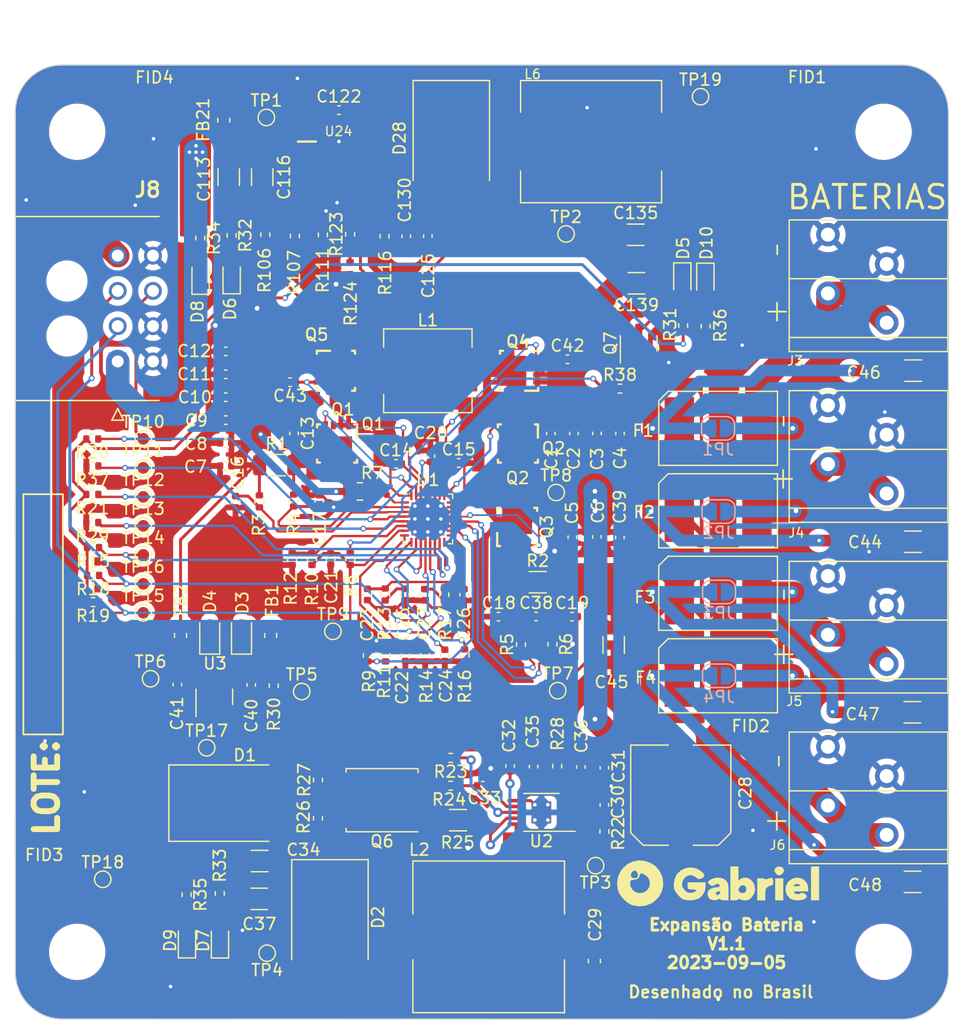
<source format=kicad_pcb>
(kicad_pcb (version 20221018) (generator pcbnew)
  (layers (0 "F.Cu" signal) (31 "B.Cu" signal) (34 "B.Paste" user) (35 "F.Paste" user) (36 "B.SilkS" user "B.Silkscreen") (37 "F.SilkS" user "F.Silkscreen") (38 "B.Mask" user) (39 "F.Mask" user) (44 "Edge.Cuts" user))
  (net 0 "")
  (net 1 "/+12V_OUTPUT_BMS")
  (net 2 "GND")
  (net 3 "/+12V_INPUT_BMS")
  (net 4 "Net-(U1-BTST1)")
  (net 5 "Net-(U1-BTST2)")
  (net 6 "/BATTERY_CONN+")
  (net 7 "/battery_manager/REGN")
  (net 8 "/battery_manager/VDDA")
  (net 9 "Net-(U1-IADPT)")
  (net 10 "Net-(U1-COMP1)")
  (net 11 "Net-(U1-IBAT)")
  (net 12 "Net-(C25-Pad1)")
  (net 13 "Net-(U1-COMP2)")
  (net 14 "Net-(C27-Pad1)")
  (net 15 "Net-(U2-SS)")
  (net 16 "Net-(U2-BP)")
  (net 17 "Net-(U2-ISNS)")
  (net 18 "/Power Management/OUTPUT_+48V")
  (net 19 "Net-(U2-FB)")
  (net 20 "Net-(U2-COMP)")
  (net 21 "Net-(C36-Pad1)")
  (net 22 "Net-(U3-VI)")
  (net 23 "/+3V3_BMS")
  (net 24 "Net-(U24-VIN)")
  (net 25 "Net-(U24-BOOT)")
  (net 26 "Net-(C125-Pad2)")
  (net 27 "Net-(U24-COMP)")
  (net 28 "Net-(D2-A)")
  (net 29 "Net-(D3-K)")
  (net 30 "Net-(D3-A)")
  (net 31 "Net-(D4-A)")
  (net 32 "Net-(D5-K)")
  (net 33 "Net-(D5-A)")
  (net 34 "Net-(D6-A)")
  (net 35 "Net-(D7-A)")
  (net 36 "Net-(D8-A)")
  (net 37 "Net-(D9-A)")
  (net 38 "Net-(D10-A)")
  (net 39 "/+48V_FROM_SYSTEM")
  (net 40 "/BATTERY1+")
  (net 41 "/BATTERY2+")
  (net 42 "/BATTERY3+")
  (net 43 "/BATTERY4+")
  (net 44 "Net-(Q1-G)")
  (net 45 "Net-(Q2-G)")
  (net 46 "Net-(Q3-G)")
  (net 47 "Net-(Q4-G)")
  (net 48 "Net-(Q5-G)")
  (net 49 "Net-(Q6-S-Pad1)")
  (net 50 "Net-(Q6-G)")
  (net 51 "Net-(U1-VBUS)")
  (net 52 "Net-(U1-CELL_BATPRESZ)")
  (net 53 "Net-(U1-ILIM_HIZ)")
  (net 54 "/PROCHOT_BMS")
  (net 55 "Net-(U1-PSYS)")
  (net 56 "/SDA_BMS")
  (net 57 "/SCL_BMS")
  (net 58 "/CHRG_OK_BMS")
  (net 59 "/CMPOUT_BMS")
  (net 60 "Net-(U2-RC)")
  (net 61 "Net-(U2-GDRV)")
  (net 62 "/+48V_TO_SYSTEM")
  (net 63 "Net-(U24-EN)")
  (net 64 "Net-(U24-RT{slash}CLK)")
  (net 65 "Net-(U24-FB)")
  (net 66 "/EN_OTG_BMS")
  (net 68 "Net-(D28-K)")
  (net 69 "Net-(C13-Pad2)")
  (net 70 "Net-(U1-SW1)")
  (net 71 "Net-(U1-SW2)")
  (net 72 "Net-(C18-Pad1)")
  (net 73 "/battery_manager/CSIN+")
  (net 74 "/battery_manager/CSIN-")
  (net 75 "/battery_manager/CSOUT+")
  (net 76 "/battery_manager/CSOUT-")
  (net 77 "/CMPIN_BMS")
  (net 78 "Net-(Q7-G)")
  (footprint "Fuse:BSMD2920" (layer "F.Cu") (at 59.881 37.995666 -90)
    (fp_text reference "F2")
    (fp_text value "BSMD2920-600-16V")
  )
  (footprint "Capacitor_SMD:C_Elec_8x5.4" (layer "F.Cu") (at 56.706 62.187 90)
    (fp_text reference "C28")
    (fp_text value "56uF/25V")
  )
  (footprint "Resistor_SMD:R_0402_1005Metric" (layer "F.Cu") (at 17.482 70.543 -90)
    (fp_text reference "R33")
    (fp_text value "2k2")
  )
  (footprint "Resistor_SMD:R_0402_1005Metric" (layer "F.Cu") (at 34.9528 50.294 -90)
    (fp_text reference "R14")
    (fp_text value "137k")
  )
  (footprint "Resistor_SMD:R_0402_1005Metric" (layer "F.Cu") (at 58.818 22.2865 90)
    (fp_text reference "R36")
    (fp_text value "2k2")
  )
  (footprint "Package_SON:DNH0008A" (layer "F.Cu") (at 27.463501 32.267999 -90)
    (fp_text reference "Q1")
    (fp_text value "CSD17551Q3A")
  )
  (footprint "Inductor_SMD:L_0603_1608Metric" (layer "F.Cu") (at 17.826 4.768 -90)
    (fp_text reference "FB21")
    (fp_text value "FerriteBead_Small")
  )
  (footprint "Capacitor_SMD:C_0402_1005Metric" (layer "F.Cu") (at 33.2332 45.112 -90)
    (fp_text reference "C25")
    (fp_text value "1800pF")
  )
  (footprint "Capacitor_SMD:C_1206_3216Metric" (layer "F.Cu") (at 52.866 14.513)
    (fp_text reference "C135")
    (fp_text value "47uF/16V")
  )
  (footprint "Capacitor_SMD:C_0402_1005Metric" (layer "F.Cu") (at 37.813 33.929)
    (fp_text reference "C15")
    (fp_text value "47nF/25V")
  )
  (footprint "Fiducial:Fiducial_1mm_Mask2mm" (layer "F.Cu") (at 62.666 58.311)
    (fp_text reference "FID2")
    (fp_text value "Fiducial")
  )
  (footprint "Inductor_SMD:L_0603_1608Metric" (layer "F.Cu") (at 14.145 48.5995 -90)
    (fp_text reference "FB2")
    (fp_text value "FerriteBead_Small")
  )
  (footprint "Resistor_SMD:R_0402_1005Metric" (layer "F.Cu") (at 26.254332 14.521 90)
    (fp_text reference "R111")
    (fp_text value "162k")
  )
  (footprint "Resistor_SMD:R_1206_3216Metric" (layer "F.Cu") (at 22.329 34.107)
    (fp_text reference "R1")
    (fp_text value "10m")
  )
  (footprint "Capacitor_SMD:C_0402_1005Metric" (layer "F.Cu") (at 41.203 47.001 180)
    (fp_text reference "C18")
    (fp_text value "33nF/25V")
  )
  (footprint "Capacitor_SMD:C_0402_1005Metric" (layer "F.Cu") (at 47.479 40.241 -90)
    (fp_text reference "C5")
    (fp_text value "4.7uF/25V")
  )
  (footprint "Resistor_SMD:R_0402_1005Metric" (layer "F.Cu") (at 50.205 65.266 90)
    (fp_text reference "R22")
    (fp_text value "681kOhm")
  )
  (footprint "Resistor_SMD:R_0402_1005Metric" (layer "F.Cu") (at 31.5956 50.294 90)
    (fp_text reference "R11")
    (fp_text value "100k")
  )
  (footprint "Package_SO:MSOP-10-1EP_3x3mm_P0.5mm_EP1.68x1.88mm_ThermalVias" (layer "F.Cu") (at 44.842 63.65 180)
    (fp_text reference "U2")
    (fp_text value "TPS40210DGQ")
  )
  (footprint "Resistor_SMD:R_0402_1005Metric" (layer "F.Cu") (at 56.908 22.2375 90)
    (fp_text reference "R31")
    (fp_text value "2k2")
  )
  (footprint "TestPoint:TestPoint_Pad_D1.0mm" (layer "F.Cu") (at 10.976 44.207)
    (fp_text reference "TP16")
    (fp_text value "~")
  )
  (footprint "Package_TO_SOT_SMD:SOT-23" (layer "F.Cu") (at 17.018 53.8175 90)
    (fp_text reference "U3")
    (fp_text value "LM3480-3.3")
  )
  (footprint "MountingHole:MountingHole_4.3mm_M4" (layer "F.Cu") (at 5.353 5.751)
    (fp_text reference "MK1" hide)
    (fp_text value "Mounting_Hole")
  )
  (footprint "Capacitor_SMD:C_0402_1005Metric" (layer "F.Cu") (at 47.067 25.108)
    (fp_text reference "C42")
    (fp_text value "150PF/25V")
  )
  (footprint "Capacitor_SMD:C_0402_1005Metric" (layer "F.Cu") (at 32.483 34.001)
    (fp_text reference "C14")
    (fp_text value "47nF/25V")
  )
  (footprint "LED_SMD:LED_0603_1608Metric" (layer "F.Cu") (at 14.691 74.5445 90)
    (fp_text reference "D9")
    (fp_text value "LED")
  )
  (footprint "Capacitor_SMD:C_0402_1005Metric" (layer "F.Cu") (at 49.574 31.416 90)
    (fp_text reference "C3")
    (fp_text value "4.7uF/25V")
  )
  (footprint "Capacitor_SMD:C_0402_1005Metric" (layer "F.Cu") (at 38.269 45.136 -90)
    (fp_text reference "C26")
    (fp_text value "15pF")
  )
  (footprint "Capacitor_SMD:C_0402_1005Metric" (layer "F.Cu") (at 13.875 52.78 -90)
    (fp_text reference "C41")
    (fp_text value "0.1uF/25V")
  )
  (footprint "Resistor_SMD:R_0402_1005Metric" (layer "F.Cu") (at 37.134 59.015 180)
    (fp_text reference "R23")
    (fp_text value "11.3 Ohm")
  )
  (footprint "Fuse:BSMD2920" (layer "F.Cu") (at 59.881 30.98 -90)
    (fp_text reference "F1")
    (fp_text value "BSMD2920-600-16V")
  )
  (footprint "Capacitor_SMD:C_0402_1005Metric" (layer "F.Cu") (at 26.917 42.095 -90)
    (fp_text reference "C21")
    (fp_text value "1uF/25V")
  )
  (footprint "TestPoint:TestPoint_Pad_D1.0mm" (layer "F.Cu") (at 46.947 14.443)
    (fp_text reference "TP2")
    (fp_text value "TestPoint")
  )
  (footprint "Fiducial:Fiducial_1mm_Mask2mm" (layer "F.Cu") (at 2.549 69.273)
    (fp_text reference "FID3")
    (fp_text value "Fiducial")
  )
  (footprint "Fuse:BSMD2920" (layer "F.Cu") (at 59.881 45.011332 -90)
    (fp_text reference "F3")
    (fp_text value "BSMD2920-600-16V")
  )
  (footprint "TestPoint:TestPoint_Pad_D1.0mm" (layer "F.Cu") (at 27.109 48.248)
    (fp_text reference "TP9")
    (fp_text value "TestPoint")
  )
  (footprint "TestPoint:TestPoint_Pad_D1.0mm" (layer "F.Cu") (at 10.976 31.877)
    (fp_text reference "TP10")
    (fp_text value "~")
  )
  (footprint "Capacitor_SMD:C_0402_1005Metric" (layer "F.Cu") (at 51.522 40.267 -90)
    (fp_text reference "C39")
    (fp_text value "4.7uF/25V")
  )
  (footprint "Resistor_SMD:R_0402_1005Metric" (layer "F.Cu") (at 23.642 42.095 90)
    (fp_text reference "R12")
    (fp_text value "220k")
  )
  (footprint "Capacitor_SMD:C_1206_3216Metric" (layer "F.Cu") (at 18.244 9.614 90)
    (fp_text reference "C113")
    (fp_text value "2.2uF/100V")
  )
  (footprint "Capacitor_SMD:C_0402_1005Metric" (layer "F.Cu") (at 17.99 32.229 180)
    (fp_text reference "C8")
    (fp_text value "4.7uF/25V")
  )
  (footprint "Capacitor_SMD:C_0402_1005Metric" (layer "F.Cu") (at 27.62 3.909)
    (fp_text reference "C122")
    (fp_text value "100nF/100V")
  )
  (footprint "TestPoint:TestPoint_Pad_D1.0mm" (layer "F.Cu") (at 21.446 4.536)
    (fp_text reference "TP1")
    (fp_text value "TestPoint")
  )
  (footprint "Resistor_SMD:R_1206_3216Metric" (layer "F.Cu") (at 37.7475 64.315)
    (fp_text reference "R25")
    (fp_text value "4m Ohm")
  )
  (footprint "Resistor_SMD:R_0402_1005Metric" (layer "F.Cu") (at 25.325 42.095 -90)
    (fp_text reference "R10")
    (fp_text value "383k")
  )
  (footprint "Resistor_SMD:R_0402_1005Metric" (layer "F.Cu") (at 51.532 27.6)
    (fp_text reference "R38")
    (fp_text value "180R")
  )
  (footprint "Connector:KF202-5.0-2P" (layer "F.Cu") (at 72.677 47.895 90)
    (fp_text reference "J5")
    (fp_text value "Conn_01x02")
  )
  (footprint "Inductor_SMD:MHCC10040-8R2M-R7" (layer "F.Cu") (at 49.075 6.589)
    (fp_text reference "L6")
    (fp_text value "8.2uH")
  )
  (footprint "Capacitor_SMD:C_0402_1005Metric" (layer "F.Cu") (at 49.567 40.215 -90)
    (fp_text reference "C6")
    (fp_text value "4.7uF/25V")
  )
  (footprint "Resistor_SMD:R_0402_1005Metric" (layer "F.Cu") (at 46.1935 59.71 90)
    (fp_text reference "R28")
    (fp_text value "18.7kOhm")
  )
  (footprint "TestPoint:TestPoint_Pad_D1.0mm" (layer "F.Cu") (at 16.371 58.155)
    (fp_text reference "TP17")
    (fp_text value "TestPoint")
  )
  (footprint "Package_DFN_QFN:Texas_S-PWQFN-N32_EP2.8x2.8mm_ThermalVias" (layer "F.Cu") (at 35.186 38.689)
    (fp_text reference "U1")
    (fp_text value "BQ25713RSNR")
  )
  (footprint "TestPoint:TestPoint_Pad_D1.0mm" (layer "F.Cu") (at 10.976 39.275)
    (fp_text reference "TP13")
    (fp_text value "~")
  )
  (footprint "Capacitor_SMD:C_0402_1005Metric" (layer "F.Cu") (at 39.854 61.383)
    (fp_text reference "C33")
    (fp_text value "470pF/50V")
  )
  (footprint "Capacitor_SMD:C_1206_3216Metric" (layer "F.Cu") (at 76.427 69.563)
    (fp_text reference "C48")
    (fp_text value "4.7uF/25V")
  )
  (footprint "Capacitor_SMD:C_0402_1005Metric" (layer "F.Cu") (at 51.5355 31.416 90)
    (fp_text reference "C4")
    (fp_text value "4.7uF/25V")
  )
  (footprint "Capacitor_SMD:C_1206_3216Metric" (layer "F.Cu") (at 52.931 18.64 180)
    (fp_text reference "C139")
    (fp_text value "47uF/16V")
  )
  (footprint "Fiducial:Fiducial_1mm_Mask2mm" (layer "F.Cu") (at 67.451 3.098)
    (fp_text reference "FID1")
    (fp_text value "Fiducial")
  )
  (footprint "Resistor_SMD:R_0402_1005Metric" (layer "F.Cu") (at 28.57 17.354 -90)
    (fp_text reference "R124")
    (fp_text value "4k3")
  )
  (footprint "TestPoint:TestPoint_Pad_D1.0mm" (layer "F.Cu") (at 10.976 41.741)
    (fp_text reference "TP14")
    (fp_text value "~")
  )
  (footprint "Diode_SMD:D_SMC" (layer "F.Cu") (at 18.059 62.863)
    (fp_text reference "D1")
    (fp_text value "ACDBC560")
  )
  (footprint "TestPoint:TestPoint_Pad_D1.0mm" (layer "F.Cu") (at 46.234 53.294)
    (fp_text reference "TP7")
    (fp_text value "TestPoint")
  )
  (footprint "MountingHole:MountingHole_4.3mm_M4" (layer "F.Cu") (at 73.962 75.517)
    (fp_text reference "MK4" hide)
    (fp_text value "Mounting_Hole")
  )
  (footprint "Resistor_SMD:R_0402_1005Metric" (layer "F.Cu") (at 23.769 37.118 90)
    (fp_text reference "R4")
    (fp_text value "4.99")
  )
  (footprint "Capacitor_SMD:C_0402_1005Metric" (layer "F.Cu") (at 17.989 26.382 180)
    (fp_text reference "C11")
    (fp_text value "4.7uF/25V")
  )
  (footprint "Resistor_SMD:R_0402_1005Metric" (layer "F.Cu") (at 20.854 37.191 -90)
    (fp_text reference "R3")
    (fp_text value "4.99")
  )
  (footprint "Fiducial:Fiducial_1mm_Mask2mm" (layer "F.Cu") (at 11.921 3.134)
    (fp_text reference "FID4")
    (fp_text value "Fiducial")
  )
  (footprint "Capacitor_SMD:C_0402_1005Metric" (layer "F.Cu") (at 33.2742 50.294 -90)
    (fp_text reference "C22")
    (fp_text value "100pF")
  )
  (footprint "Resistor_SMD:R_0402_1005Metric" (layer "F.Cu") (at 15.824 14.7915 -90)
    (fp_text reference "R34")
    (fp_text value "10k")
  )
  (footprint "Fuse:BSMD2920" (layer "F.Cu") (at 59.881 52.027 -90)
    (fp_text reference "F4")
    (fp_text value "BSMD2920-600-16V")
  )
  (footprint "Capacitor_SMD:C_0402_1005Metric" (layer "F.Cu") (at 30.041 45.112 -90)
    (fp_text reference "C23")
    (fp_text value "33pF")
  )
  (footprint "Diode_SMD:D_SMC" (layer "F.Cu") (at 26.855 72.584 -90)
    (fp_text reference "D2")
    (fp_text value "B370-13-F")
  )
  (footprint "LED_SMD:LED_0603_1608Metric" (layer "F.Cu") (at 56.836 18.3875 -90)
    (fp_text reference "D5")
    (fp_text value "LED")
  )
  (footprint "Capacitor_SMD:C_0402_1005Metric" (layer "F.Cu") (at 18.824 37.226 -90)
    (fp_text reference "C16")
    (fp_text value "33nF/25V")
  )
  (footprint "TestPoint:TestPoint_Pad_D1.0mm" (layer "F.Cu") (at 24.457 53.37)
    (fp_text reference "TP5")
    (fp_text value "TestPoint")
  )
  (footprint "Capacitor_SMD:C_1206_3216Metric" (layer "F.Cu") (at 21.094 9.614 -90)
    (fp_text reference "C116")
    (fp_text value "2.2uF/100V")
  )
  (footprint "Capacitor_SMD:C_1206_3216Metric" (layer "F.Cu") (at 20.878 67.791)
    (fp_text reference "C34")
    (fp_text value "2.2uF/100V")
  )
  (footprint "Capacitor_SMD:C_0402_1005Metric" (layer "F.Cu") (at 17.989 30.28 180)
    (fp_text reference "C9")
    (fp_text value "4.7uF/25V")
  )
  (footprint "Connector:KF202-5.0-2P" (layer "F.Cu") (at 72.677 33.373 90)
    (fp_text reference "J4")
    (fp_text value "Conn_01x02")
  )
  (footprint "MountingHole:MountingHole_4.3mm_M4" (layer "F.Cu") (at 73.962 5.751)
    (fp_text reference "MK3" hide)
    (fp_text value "Mounting_Hole")
  )
  (footprint "Resistor_SMD:R_0402_1005Metric" (layer "F.Cu") (at 28.575 14.465 90)
    (fp_text reference "R123")
    (fp_text value "60k4")
  )
  (footprint "Package_TO_SOT_SMD:SOT-23" (layer "F.Cu") (at 53.122 23.745 90)
    (fp_text reference "Q7")
    (fp_text value "PJM2302NSA-S")
  )
  (footprint "TestPoint:TestPoint_Pad_D1.0mm" (layer "F.Cu") (at 21.5115 75.627 180)
    (fp_text reference "TP4")
    (fp_text value "TestPoint")
  )
  (footprint "LED_SMD:LED_0603_1608Metric" (layer "F.Cu") (at 17.499 74.555 90)
    (fp_text reference "D7")
    (fp_text value "LED")
  )
  (footprint "TestPoint:TestPoint_Pad_D1.0mm" (layer "F.Cu") (at 10.976 46.673)
    (fp_text reference "TP15")
    (fp_text value "~")
  )
  (footprint "Capacitor_SMD:C_0402_1005Metric" (layer "F.Cu") (at 20.161 52.813 -90)
    (fp_text reference "C40")
    (fp_text value "0.1uF/25V")
  )
  (footprint "Capacitor_SMD:C_1206_3216Metric" (layer "F.Cu") (at 20.843 71.008)
    (fp_text reference "C37")
    (fp_text value "2.2uF/100V")
  )
  (footprint "Symbol:gabriel-logo" (layer "F.Cu") (at 59.661 69.689)
    (fp_text reference "G***" hide)
    (fp_text value "LOGO" hide)
  )
  (footprint "Resistor_SMD:R_0402_1005Metric" (layer "F.Cu") (at 30.082 50.294 -90)
    (fp_text reference "R9")
    (fp_text value "39k")
  )
  (footprint "Capacitor_SMD:C_0603_1608Metric" (layer "F.Cu") (at 49.352 76.298 -90)
    (fp_text reference "C29")
    (fp_text value "470nF/25V")
  )
  (footprint "Diode_SMD:D_SOD-323" (layer "F.Cu") (at 19.331 48.577 90)
    (fp_text reference "D3")
    (fp_text value "BAT54HT1G")
  )
  (footprint "Package_SON:DNH0008A" (layer "F.Cu") (at 42.783001 39.367999 90)
    (fp_text reference "Q3")
    (fp_text value "CSD25402Q3A")
  )
  (footprint "Resistor_SMD:R_0402_1005Metric" (layer "F.Cu") (at 6.644 34.176 180)
    (fp_text reference "R37")
    (fp_text value "10k")
  )
  (footprint "Package_SON:DNH0008A" (layer "F.Cu") (at 42.948001 26.082999 180)
    (fp_text reference "Q4")
    (fp_text value "CSD17551Q3A")
  )
  (footprint "Resistor_SMD:R_0402_1005Metric" (layer "F.Cu") (at 37.129 61.383 180)
    (fp_text reference "R24")
    (fp_text value "2.61 ohm")
  )
  (footprint "Package_SON:DNH0008A" (layer "F.Cu") (at 27.3635 26.082999)
    (fp_text reference "Q5")
    (fp_text value "CSD17551Q3A")
  )
  (footprint "Capacitor_SMD:C_0402_1005Metric" (layer "F.Cu") (at 50.205 59.861 -90)
    (fp_text reference "C31")
    (fp_text value "68nF/10V")
  )
  (footprint "Capacitor_SMD:C_0402_1005Metric" (layer "F.Cu") (at 35.403 33.345 90)
    (fp_text reference "C20")
    (fp_text value "2.2uF/16V")
  )
  (footprint "TestPoint:TestPoint_Pad_D1.0mm" (layer "F.Cu") (at 10.976 34.343)
    (fp_text reference "TP11")
    (fp_text value "~")
  )
  (footprint "Inductor_SMD:L_0603_1608Metric" (layer "F.Cu") (at 21.814 48.5995 -90)
    (fp_text reference "FB1")
    (fp_text value "FerriteBead_Small")
  )
  (footprint "Connector_Molex:43045-08_00,01,02,10_" (layer "F.Cu") (at 8.799 25.288 -90)
    (fp_text reference "J8")
    (fp_text value "43045-0800" hide)
  )
  (footprint "TestPoint:TestPoint_Pad_D1.0mm" (layer "F.Cu") (at 11.594 52.279)
    (fp_text reference "TP6")
    (fp_text value "TestPoint")
  )
  (footprint "Capacitor_SMD:C_0402_1005Metric" (layer "F.Cu") (at 34.9118 45.136 -90)
    (fp_text reference "C27")
    (fp_text value "680pF")
  )
  (footprint "Capacitor_SMD:C_0402_1005Metric" (layer "F.Cu") (at 48.20425 59.789 -90)
    (fp_text reference "C36")
    (fp_text value "22nF/50V")
  )
  (footprint "Resistor_SMD:R_0402_1005Metric" (layer "F.Cu") (at 45.792 49.348 -90)
    (fp_text reference "R6")
    (fp_text value "10 Ohm")
  )
  (footprint "Capacitor_SMD:C_1206_3216Metric" (layer "F.Cu") (at 76.482 26.071 180)
    (fp_text reference "C46")
    (fp_text value "10uF/25V")
  )
  (footprint "Capacitor_SMD:C_0402_1005Metric" (layer "F.Cu") (at 47.459 47.001)
    (fp_text reference "C19")
    (fp_text value "33nF/25V")
  )
  (footprint "Capacitor_SMD:C_0402_1005Metric" (layer "F.Cu") (at 44.401 46.992)
    (fp_text reference "C38")
    (fp_text value "0.1uF/25V")
  )
  (footprint "Package_SO:SOIC127P600X170-9N" (layer "F.Cu") (at 27.609 9.164)
    (fp_text reference "U24")
    (fp_text value "TPS54360BDDAR" hide)
  )
  (footprint "Resistor_SMD:R_0402_1005Metric" (layer "F.Cu") (at 21.361 14.511 -90)
    (fp_text reference "R106")
    (fp_text value "523k")
  )
  (footprint "Capacitor_SMD:C_0402_1005Metric" (layer "F.Cu") (at 35.186 14.639 -90)
    (fp_text reference "C125")
    (fp_text value "6.8nF/50V")
  )
  (footprint "Resistor_SMD:R_0402_1005Metric" (layer "F.Cu") (at 31.501 14.639 -90)
    (fp_text reference "R116")
    (fp_text value "13k")
  )
  (footprint "LED_SMD:LED_0603_1608Metric" (layer "F.Cu") (at 15.85 18.0905 90)
    (fp_text reference "D8")
    (fp_text value "LED")
  )
  (footprint "Capacitor_SMD:C_0402_1005Metric" (layer "F.Cu") (at 44.18275 59.758 90)
    (fp_text reference "C35")
    (fp_text value "680pF/50V")
  )
  (footprint "Diode_SMD:D_SMC" (layer "F.Cu") (at 37.183 6.299 -90)
    (fp_text reference "D28")
    (fp_text value "B560C")
  )
  (footprint "Capacitor_SMD:C_1206_3216Metric" (layer "F.Cu") (at 76.411 55.135)
    (fp_text reference "C47")
    (fp_text value "4.7uF/25V")
  )
  (footprint "Capacitor_SMD:C_0402_1005Metric" (layer "F.Cu") (at 50.205 63.014334 90)
    (fp_text reference "C30")
    (fp_text value "100pF/50V")
  )
  (footprint "Connector:KF202-5.0-2P" (layer "F.Cu") (at 72.677 18.851 90)
    (fp_text reference "J3")
    (fp_text value "Conn_01x02")
  )
  (footprint "Capacitor_SMD:C_1206_3216Metric" (layer "F.Cu") (at 76.466 40.628)
    (fp_text reference "C44")
    (fp_text value "4.7uF/25V")
  )
  (footprint "Capacitor_SMD:C_0402_1005Metric" (layer "F.Cu") (at 17.99 34.178 180)
    (fp_text reference "C7")
    (fp_text value "4.7uF/25V")
  )
  (footprint "LED_SMD:LED_0603_1608Metric" (layer "F.Cu") (at 18.493 18.052 90)
    (fp_text reference "D6")
    (fp_text value "LED")
  )
  (footprint "TestPoint:TestPoint_Pad_D1.0mm" (layer "F.Cu") (at 46.105 36.436)
    (fp_text reference "TP8")
    (fp_text value "TestPoint")
  )
  (footprint "Resistor_SMD:R_1206_3216Metric" (layer "F.Cu") (at 44.539 44.071)
    (fp_text reference "R2")
    (fp_text value "10m")
  )
  (footprint "Inductor_SMD:L_Vishay_IHLP-5050" (layer "F.Cu") (at 40.362 74.239 180)
    (fp_text reference "L2")
    (fp_text value "IHLP5050CEER2R2M01")
  )
  (footprint "Capacitor_SMD:C_0402_1005Metric" (layer "F.Cu") (at 25.939 37.145 90)
    (fp_text reference "C17")
    (fp_text value "33nF/25V")
  )
  (footprint "Resistor_SMD:R_0402_1005Metric" (layer "F.Cu") (at 25.839 60.896 90)
    (fp_text reference "R27")
    (fp_text value "825 Ohm")
  )
  (footprint "Package_TO_SOT_SMD:TDSON-8-1" (layer "F.Cu") (at 31.286 62.614 180)
    (fp_text reference "Q6")
    (fp_text value "NTMFS5C673NLT1G")
  )
  (footprint "Resistor_SMD:R_0402_1005Metric" (layer "F.Cu") (at 14.663 70.647 -90)
    (fp_text reference "R35")
    (fp_text value "10k")
  )
  (footprint "Resistor_SMD:R_0402_1005Metric" (layer "F.Cu") (at 23.869 14.615 -90)
    (fp_text reference "R107")
    (fp_text value "84k5")
  )
  (footprint "Capacitor_SMD:C_0402_1005Metric" (layer "F.Cu") (at 47.6125 31.416 90)
    (fp_text reference "C2")
    (fp_text value "4.7uF/25V")
  )
  (footprint "Resistor_SMD:R_0805_2012Metric" (layer "F.Cu") (at 29.406 36.351)
    (fp_text reference "R7")
    (fp_text value "1 ohm")
  )
  (footprint "TestPoint:TestPoint_Pad_D1.0mm" (layer "F.Cu") (at 58.385 2.766)
    (fp_text reference "TP19")
    (fp_text value "~")
  )
  (footprint "Capacitor_SMD:C_0402_1005Metric" (layer "F.Cu") (at 36.6314 50.294 -90)
    (fp_text reference "C24")
    (fp_text value "100pF")
  )
  (footprint "Connector:KF202-5.0-2P" (layer "F.Cu") (at 72.677 62.417 90)
    (fp_text reference "J6")
    (fp_text value "Conn_01x02")
  )
  (footprint "Resistor_SMD:R_0402_1005Metric" (layer "F.Cu") (at 31.5546 45.112 90)
    (fp_text reference "R13")
    (fp_text value "40.2k")
  )
  (footprint "Resistor_SMD:R_0402_1005Metric" (layer "F.Cu") (at 6.635 31.885 180)
    (fp_text reference "R20")
    (fp_text value "10k")
  )
  (footprint "Resistor_SMD:R_0402_1005Metric" (layer "F.Cu") (at 6.701 41.119 180)
    (fp_text reference "R15")
    (fp_text value "10k")
  )
  (footprint "Capacitor_SMD:C_0402_1005Metric" (layer "F.Cu") (at 45.651 31.416 90)
    (fp_text reference "C1")
    (fp_text value "4.7uF/25V")
  )
  (footprint "Resistor_SMD:R_0402_1005Metric" (layer "F.Cu") (at 38.31 50.294 -90)
    (fp_text reference "R16")
    (fp_text value "30k")
  )
  (footprint "Capacitor_SMD:C_0402_1005Metric" (layer "F.Cu") (at 42.182 59.697 -90)
    (fp_text reference "C32")
    (fp_text value "1uF/16V")
  )
  (footprint "TestPoint:TestPoint_Pad_D1.0mm" (layer "F.Cu") (at 10.976 36.809)
    (fp_text reference "TP12")
    (fp_text value "~")
  )
  (footprint "Resistor_SMD:R_0402_1005Metric" (layer "F.Cu") (at 25.839 64.151 90)
    (fp_text reference "R26")
    (fp_text value "56k")
  )
  (footprint "Package_SON:DNH0008A" (layer "F.Cu") (at 42.848 32.267999 -90)
    (fp_text reference "Q2")
    (fp_text value "CSD17551Q3A")
  )
  (footprint "TestPoint:TestPoint_Pad_D1.0mm" (layer "F.Cu") (at 49.458 68.179 180)
    (fp_text reference "TP3")
    (fp_text value "TestPoint")
  )
  (footprint "LED_SMD:LED_0603_1608Metric" (layer "F.Cu") (at 58.797 18.413 -90)
    (fp_text reference "D10")
    (fp_text value "LED")
  )
  (footprint "TestPoint:TestPoint_Pad_D1.0mm" (layer "F.Cu") (at 7.529 69.342)
    (fp_text reference "TP18")
    (fp_text value "~")
  )
  (footprint "Capacitor_SMD:C_0402_1005Metric" (layer "F.Cu") (at 17.989 24.433 180)
    (fp_text reference "C12")
    (fp_text value "4.7uF/25V")
  )
  (footprint "Resistor_SMD:R_0402_1005Metric" (layer "F.Cu") (at 6.639 36.604 180)
    (fp_text reference "R21")
    (fp_text value "10k")
  )
  (footprint "MountingHole:MountingHole_4.3mm_M4" (layer "F.Cu") (at 5.353 75.517)
    (fp_text reference "MK2" hide)
    (fp_text value "Mounting_Hole")
  )
  (footprint "Resistor_SMD:R_0402_1005Metric" (layer "F.Cu") (at 28.582 42.095 -90)
    (fp_text reference "R8")
    (fp_text value "10 Ohm")
  )
  (footprint "Capacitor_SMD:C_0402_1005Metric" (layer "F.Cu") (at 33.3485 14.639 90)
    (fp_text reference "C130")
    (fp_text value "39pF/50V")
  )
  (footprint "Resistor_SMD:R_0402_1005Metric" (layer "F.Cu") (at 43.11 49.375 90)
    (fp_text reference "R5")
    (fp_text value "10 Ohm")
  )
  (footprint "Inductor_SMD:L_Sunlord_MWSA0603S" (layer "F.Cu") (at 35.186 26.082999)
    (fp_text reference "L1")
    (fp_text value "2.2uH / 9.5A")
  )
  (footprint "Resistor_SMD:R_0402_1005Metric" (layer "F.Cu") (at 6.636 38.993 180)
    (fp_text reference "R29")
    (fp_text value "10k")
  )
  (footprint "Capacitor_SMD:C_0402_1005Metric" (layer "F.Cu") (at 23.468 27.051 180)
    (fp_text reference "C43")
    (fp_text value "150PF/25V")
  )
  (footprint "Resistor_SMD:R_0402_1005Metric" (layer "F.Cu") (at 36.5904 45.136 90)
    (fp_text reference "R17")
    (fp_text value "10k")
  )
  (footprint "Capacitor_SMD:C_1206_3216Metric" (layer "F.Cu") (at 50.996 49.419 -90)
    (fp_text reference "C45")
    (fp_text value "4.7uF/25V")
  )
  (footprint "Resistor_SMD:R_0402_1005Metric" (layer "F.Cu") (at 6.704 43.489 180)
    (fp_text reference "R18")
    (fp_text value "10k")
  )
  (footprint "Capacitor_SMD:C_0402_1005Metric" (layer "F.Cu") (at 17.989 28.331 180)
    (fp_text reference "C10")
    (fp_text value "4.7uF/25V")
  )
  (footprint "Resistor_SMD:R_0402_1005Metric" (layer "F.Cu") (at 22.074 52.866 -90)
    (fp_text reference "R30")
    (fp_text value "10 Ohm")
  )
  (footprint "Resistor_SMD:R_0402_1005Metric" (layer "F.Cu") (at 18.493 14.569 -90)
    (fp_text reference "R32")
    (fp_text value "2k2")
  )
  (footprint "Capacitor_SMD:C_0402_1005Metric" (layer "F.Cu") (at 23.804 31.414 -90)
    (fp_text reference "C13")
    (fp_text value "4.7uF/25V")
  )
  (footprint "Diode_SMD:D_SOD-323" (layer "F.Cu") (at 16.628 48.577 90)
    (fp_text reference "D4")
    (fp_text value "BAT54HT1G")
  )
  (footprint "Resistor_SMD:R_0402_1005Metric" (layer "F.Cu") (at 6.701 45.761 180)
    (fp_text reference "R19")
    (fp_text value "10k")
  )
  (footprint "Jumper:SolderJumper-2_P1.3mm_Open_RoundedPad1.0x1.5mm" (layer "B.Cu") (at 59.961 52.028)
    (fp_text reference "JP4")
    (fp_text value "~")
  )
  (footprint "Jumper:SolderJumper-2_P1.3mm_Open_RoundedPad1.0x1.5mm" (layer "B.Cu") (at 59.914 38.059)
    (fp_text reference "JP2")
    (fp_text value "~")
  )
  (footprint "Jumper:SolderJumper-2_P1.3mm_Open_RoundedPad1.0x1.5mm" (layer "B.Cu") (at 59.961 44.898)
    (fp_text reference "JP3")
    (fp_text value "~")
  )
  (footprint "Jumper:SolderJumper-2_P1.3mm_Open_RoundedPad1.0x1.5mm" (layer "B.Cu") (at 59.881 30.98)
    (fp_text reference "JP1")
    (fp_text value "~")
  )
  (gr_rect (start 0.771 36.582) (end 4.139 57.021) (stroke (width 0.15)) (fill none) (layer "F.SilkS"))
  (gr_arc (start 79.484 77.258) (mid 78.312456 80.086456) (end 75.484 81.258) (stroke (width 0.1)) (layer "Edge.Cuts"))
  (gr_line (start 75.478 0.064) (end 4.081 0.064) (stroke (width 0.1)) (layer "Edge.Cuts"))
  (gr_arc (start 0.081 4.064) (mid 1.252573 1.235573) (end 4.081 0.064) (stroke (width 0.1)) (layer "Edge.Cuts"))
  (gr_line (start 0.081 4.064) (end 0.084428 77.234573) (stroke (width 0.1)) (layer "Edge.Cuts"))
  (gr_arc (start 75.478 0.064) (mid 78.306427 1.235573) (end 79.478 4.064) (stroke (width 0.1)) (layer "Edge.Cuts"))
  (gr_line (start 4.084427 81.234573) (end 75.484 81.258) (stroke (width 0.1)) (layer "Edge.Cuts"))
  (gr_arc (start 4.084427 81.234573) (mid 1.255992 80.063008) (end 0.084428 77.234573) (stroke (width 0.1)) (layer "Edge.Cuts"))
  (gr_line (start 79.484 77.258) (end 79.478 4.064) (stroke (width 0.1)) (layer "Edge.Cuts"))
  (gr_text "Desenhado no Brasil" (at 60.115 78.929) (layer "F.SilkS") (effects (font (size 1 1) (thickness 0.2))))
  (gr_text "-\n" (at 65.963 31.086 90) (layer "F.SilkS") (effects (font (size 1 1)) (justify left bottom)))
  (gr_text "-\n" (at 65.558 60.014 90) (layer "F.SilkS") (effects (font (size 1 1)) (justify left bottom)))
  (gr_text "-\n" (at 65.996845 45.84 90) (layer "F.SilkS") (effects (font (size 1 1)) (justify left bottom)))
  (gr_text "+" (at 64.079 36.297) (layer "F.SilkS") (effects (font (size 2 2)) (justify left bottom)))
  (gr_text "Expansão Bateria\nV1.1\n2023-09-05\n" (at 60.607 74.826) (layer "F.SilkS") (effects (font (size 1 1) (thickness 0.25) bold)))
  (gr_text "-\n" (at 65.424845 16.51 90) (layer "F.SilkS") (effects (font (size 1 1)) (justify left bottom)))
  (gr_text "+" (at 64.132 51.22) (layer "F.SilkS") (effects (font (size 2 2)) (justify left bottom)))
  (gr_text "LOTE:" (at 2.748 61.55 90) (layer "F.SilkS") (effects (font (size 2 2) (thickness 0.5) bold)))
  (gr_text "+" (at 63.538 65.4) (layer "F.SilkS") (effects (font (size 2 2)) (justify left bottom)))
  (gr_text "+" (at 63.56 22.065) (layer "F.SilkS") (effects (font (size 2 2)) (justify left bottom)))
  (gr_text "BATERIAS" (at 72.565 12.482) (layer "F.SilkS") (effects (font (size 2 2) (thickness 0.25)) (justify bottom)))
  (segment (start 41.873001 34.15816) (end 41.873001 33.817998) (width 0.2) (layer "F.Cu") (net 1))
  (segment (start 52.87 61.4385) (end 56.706 65.2745) (width 2) (layer "F.Cu") (net 1))
  (segment (start 15.998 77.105) (end 19.567 80.674) (width 0.4) (layer "F.Cu") (net 1))
  (segment (start 52.87 59.186) (end 52.87 61.4385) (width 2) (layer "F.Cu") (net 1))
  (segment (start 39.642 80.674) (end 46.077 74.239) (width 0.4) (layer "F.Cu") (net 1))
  (segment (start 17.482 70.033) (end 17.425396 70.033) (width 0.4) (layer "F.Cu") (net 1))
  (segment (start 49.405 55.721) (end 52.87 59.186) (width 2) (layer "F.Cu") (net 1))
  (segment (start 15.998 71.460396) (end 15.998 77.105) (width 0.4) (layer "F.Cu") (net 1))
  (segment (start 37.942161 38.089) (end 41.873001 34.15816) (width 0.2) (layer "F.Cu") (net 1))
  (segment (start 19.567 80.674) (end 39.642 80.674) (width 0.4) (layer "F.Cu") (net 1))
  (segment (start 42.692 64.65) (end 42.692 66.5505) (width 0.25) (layer "F.Cu") (net 1))
  (segment (start 37.1735 38.089) (end 37.942161 38.089) (width 0.2) (layer "F.Cu") (net 1))
  (segment (start 17.425396 70.033) (end 15.998 71.460396) (width 0.4) (layer "F.Cu") (net 1))
  (via blind (at 49.398 36.332) (size 0.8) (drill 0.4) (layers "F.Cu" "B.Cu") (net 1))
  (via blind (at 49.405 55.721) (size 0.8) (drill 0.4) (layers "F.Cu" "B.Cu") (net 1))
  (via blind (at 49.409 38.022) (size 0.8) (drill 0.4) (layers "F.Cu" "B.Cu") (net 1))
  (via blind (at 49.396 37.169) (size 0.8) (drill 0.4) (layers "F.Cu" "B.Cu") (net 1))
  (segment (start 49.458 55.668) (end 49.458 36.392) (width 2) (layer "B.Cu") (net 1))
  (segment (start 49.458 36.392) (end 49.398 36.332) (width 2) (layer "B.Cu") (net 1))
  (segment (start 49.405 55.721) (end 49.458 55.668) (width 2) (layer "B.Cu") (net 1))
  (segment (start 44.498 25.758001) (end 45.176999 26.437) (width 0.25) (layer "F.Cu") (net 2))
  (segment (start 26.146 36.665) (end 27.168 37.687) (width 0.25) (layer "F.Cu") (net 2))
  (segment (start 34.9118 45.616) (end 35.5368 46.241) (width 0.25) (layer "F.Cu") (net 2))
  (segment (start 51.163 61.041) (end 50.785 61.419) (width 0.25) (layer "F.Cu") (net 2))
  (segment (start 51.163 60.331391) (end 51.163 61.041) (width 0.25) (layer "F.Cu") (net 2))
  (segment (start 36.013 33.475) (end 36.013 34.272) (width 0.2) (layer "F.Cu") (net 2))
  (segment (start 36.013 8.529) (end 37.183 9.699) (width 0.25) (layer "F.Cu") (net 2))
  (segment (start 35.786 34.499) (end 35.786 36.7015) (width 0.2) (layer "F.Cu") (net 2))
  (segment (start 32.6082 46.217) (end 33.2332 45.592) (width 0.25) (layer "F.Cu") (net 2))
  (segment (start 25.939 36.665) (end 26.146 36.665) (width 0.25) (layer "F.Cu") (net 2))
  (segment (start 35.5368 46.241) (end 37.644 46.241) (width 0.25) (layer "F.Cu") (net 2))
  (segment (start 35.403 32.865) (end 36.013 33.475) (width 0.2) (layer "F.Cu") (net 2))
  (segment (start 50.205 59.381) (end 50.212609 59.381) (width 0.25) (layer "F.Cu") (net 2))
  (segment (start 31.5956 49.784) (end 31.5956 49.7806) (width 0.25) (layer "F.Cu") (net 2))
  (segment (start 33.179 14.03) (end 33.308 14.159) (width 0.25) (layer "F.Cu") (net 2))
  (segment (start 47.547 26.13) (end 47.547 25.108) (width 0.25) (layer "F.Cu") (net 2))
  (segment (start 50.212609 59.381) (end 51.163 60.331391) (width 0.25) (layer "F.Cu") (net 2))
  (segment (start 30.666 46.217) (end 32.6082 46.217) (width 0.25) (layer "F.Cu") (net 2))
  (segment (start 47.24 26.437) (end 47.547 26.13) (width 0.25) (layer "F.Cu") (net 2))
  (segment (start 18.829 37.701) (end 18.824 37.706) (width 0.25) (layer "F.Cu") (net 2))
  (segment (start 31.5956 49.7806) (end 31.5406 49.7806) (width 0.25) (layer "F.Cu") (net 2))
  (segment (start 42.692 62.65) (end 43.942 62.65) (width 0.25) (layer "F.Cu") (net 2))
  (segment (start 36.013 34.272) (end 35.786 34.499) (width 0.2) (layer "F.Cu") (net 2))
  (segment (start 37.644 46.241) (end 38.269 45.616) (width 0.25) (layer "F.Cu") (net 2))
  (segment (start 30.321 8.529) (end 36.013 8.529) (width 0.25) (layer "F.Cu") (net 2))
  (segment (start 30.041 45.592) (end 30.666 46.217) (width 0.25) (layer "F.Cu") (net 2))
  (segment (start 45.176999 26.437) (end 47.24 26.437) (width 0.25) (layer "F.Cu") (net 2))
  (segment (start 43.942 62.65) (end 44.292 63) (width 0.25) (layer "F.Cu") (net 2))
  (segment (start 31.5406 49.7806) (end 30.812 49.052) (width 0.25) (layer "F.Cu") (net 2))
  (via (at 68.21 7.209) (size 0.5) (drill 0.3) (layers "F.Cu" "B.Cu") (net 2))
  (via (at 40.537 59.909) (size 0.8) (drill 0.4) (layers "F.Cu" "B.Cu") (net 2))
  (via (at 30.812 49.052) (size 0.5) (drill 0.3) (layers "F.Cu" "B.Cu") (net 2))
  (via (at 20.659 20.767) (size 0.8) (drill 0.4) (layers "F.Cu" "B.Cu") (net 2))
  (via (at 55.682 25.381) (size 0.5) (drill 0.3) (layers "F.Cu" "B.Cu") (net 2))
  (via (at 61.93 23.905) (size 0.5) (drill 0.3) (layers "F.Cu" "B.Cu") (net 2))
  (via (at 38.599 66.682) (size 0.8) (drill 0.4) (layers "F.Cu" "B.Cu") (net 2))
  (via (at 24.089 1.212) (size 0.5) (drill 0.3) (layers "F.Cu" "B.Cu") (net 2))
  (via (at 17.102 22.226) (size 0.8) (drill 0.4) (layers "F.Cu" "B.Cu") (net 2))
  (via (at 27.461 11.784) (size 0.5) (drill 0.3) (layers "F.Cu" "B.Cu") (net 2))
  (via (at 11.844 6.346) (size 0.5) (drill 0.3) (layers "F.Cu" "B.Cu") (net 2))
  (via (at 45.976 41.424) (size 0.8) (drill 0.4) (layers "F.Cu" "B.Cu") (net 2))
  (via (at 19.407 73.679) (size 0.5) (drill 0.3) (layers "F.Cu" "B.Cu") (net 2))
  (via (at 27.623 6.578) (size 0.5) (drill 0.3) (layers "F.Cu" "B.Cu") (net 2))
  (via (at 13.294 78.47) (size 0.5) (drill 0.3) (layers "F.Cu" "B.Cu") (net 2))
  (via (at 1.011 11.55) (size 0.5) (drill 0.3) (layers "F.Cu" "B.Cu") (net 2))
  (via (at 48.732 3.701) (size 0.5) (drill 0.3) (layers "F.Cu" "B.Cu") (net 2))
  (via (at 27.379 18.72) (size 0.8) (drill 0.4) (layers "F.Cu" "B.Cu") (net 2))
  (via (at 26.524 12.487) (size 0.5) (drill 0.3) (layers "F.Cu" "B.Cu") (net 2))
  (via (at 2.617 57.573) (size 0.5) (drill 0.3) (layers "F.Cu" "B.Cu") (net 2))
  (via (at 59.896 79.551) (size 0.5) (drill 0.3) (layers "F.Cu" "B.Cu") (net 2))
  (via (at 5.948 61.907) (size 0.5) (drill 0.3) (layers "F.Cu" "B.Cu") (net 2))
  (via (at 62.841 65.184) (size 0.5) (drill 0.3) (layers "F.Cu" "B.Cu") (net 2))
  (via (at 47.499 49.337) (size 0.8) (drill 0.4) (layers "F.Cu" "B.Cu") (net 2))
  (via (at 68.027 72.966) (size 0.5) (drill 0.3) (layers "F.Cu" "B.Cu") (net 2))
  (via (at 10.29 11.998) (size 0.5) (drill 0.3) (layers "F.Cu" "B.Cu") (net 2))
  (via (at 74.065 29.596) (size 0.5) (drill 0.3) (layers "F.Cu" "B.Cu") (net 2))
  (via (at 50.785 61.419) (size 0.5) (drill 0.3) (layers "F.Cu" "B.Cu") (net 2))
  (via (at 72.728 41.476) (size 0.5) (drill 0.3) (layers "F.Cu" "B.Cu") (net 2))
  (via (at 27.168 37.687) (size 0.5) (drill 0.3) (layers "F.Cu" "B.Cu") (net 2))
  (segment (start 34.456 18.461) (end 38.474 14.443) (width 0.25) (layer "F.Cu") (net 3))
  (segment (start 38.474 14.443) (end 46.947 14.443) (width 0.25) (layer "F.Cu") (net 3))
  (segment (start 28.4935 36.351) (end 27.375 36.351) (width 0.6) (layer "F.Cu") (net 3))
  (segment (start 49.318 20.778) (end 51.456 18.64) (width 2) (layer "F.Cu") (net 3))
  (segment (start 20.854 36.681) (end 20.854 34.1195) (width 0.25) (layer "F.Cu") (net 3))
  (segment (start 20.495391 34.107) (end 20.8665 34.107) (width 0.25) (layer "F.Cu") (net 3))
  (segment (start 18.493 14.059) (end 24.968 20.534) (width 0.25) (layer "F.Cu") (net 3))
  (segment (start 20.854 34.1195) (end 20.8665 34.107) (width 0.25) (layer "F.Cu") (net 3))
  (segment (start 51.321 14.443) (end 51.391 14.513) (width 0.25) (layer "F.Cu") (net 3))
  (segment (start 28.575 13.955) (end 29.452 14.832) (width 0.25) (layer "F.Cu") (net 3))
  (segment (start 24.968 20.534) (end 24.968 20.778) (width 0.25) (layer "F.Cu") (net 3))
  (segment (start 14.145 47.812) (end 14.145 40.457391) (width 0.25) (layer "F.Cu") (net 3))
  (segment (start 29.452 14.832) (end 29.452 17.414) (width 0.25) (layer "F.Cu") (net 3))
  (segment (start 30.499 18.461) (end 34.456 18.461) (width 0.25) (layer "F.Cu") (net 3))
  (segment (start 20.681 25.065) (end 24.968 20.778) (width 2) (layer "F.Cu") (net 3))
  (segment (start 51.456 8.958) (end 51.456 18.64) (width 1) (layer "F.Cu") (net 3))
  (segment (start 29.452 17.414) (end 30.499 18.461) (width 0.25) (layer "F.Cu") (net 3))
  (segment (start 14.145 40.457391) (end 20.495391 34.107) (width 0.25) (layer "F.Cu") (net 3))
  (segment (start 24.968 20.778) (end 49.318 20.778) (width 2) (layer "F.Cu") (net 3))
  (segment (start 46.947 14.443) (end 51.321 14.443) (width 0.25) (layer "F.Cu") (net 3))
  (segment (start 53.825 6.589) (end 51.456 8.958) (width 1) (layer "F.Cu") (net 3))
  (via (at 20.963 31.491) (size 0.5) (drill 0.3) (layers "F.Cu" "B.Cu") (net 3))
  (via (at 27.375 36.351) (size 0.5) (drill 0.3) (layers "F.Cu" "B.Cu") (net 3))
  (segment (start 27.375 36.351) (end 25.777 36.351) (width 0.6) (layer "B.Cu") (net 3))
  (segment (start 20.963 31.537) (end 20.963 31.491) (width 0.6) (layer "B.Cu") (net 3))
  (segment (start 25.777 36.351) (end 20.963 31.537) (width 0.6) (layer "B.Cu") (net 3))
  (segment (start 34.586 35.624) (end 34.586 36.7015) (width 0.2) (layer "F.Cu") (net 4))
  (segment (start 32.963 34.001) (end 34.586 35.624) (width 0.2) (layer "F.Cu") (net 4))
  (segment (start 36.586 35.192) (end 36.586 36.7015) (width 0.2) (layer "F.Cu") (net 5))
  (segment (start 37.333 34.445) (end 36.586 35.192) (width 0.2) (layer "F.Cu") (net 5))
  (segment (start 37.333 33.929) (end 37.333 34.445) (width 0.2) (layer "F.Cu") (net 5))
  (segment (start 46.241 53.264) (end 28.046 53.264) (width 0.25) (layer "F.Cu") (net 6))
  (segment (start 74.936 55.135) (end 69.647 55.135) (width 1) (layer "F.Cu") (net 6))
  (segment (start 46.0015 44.071) (end 46.0015 45.8715) (width 0.25) (layer "F.Cu") (net 6))
  (segment (start 47.123 44.071) (end 50.996 47.944) (width 0.25) (layer "F.Cu") (net 6))
  (segment (start 48.621 45.378) (end 47.314 44.071) (width 0.25) (layer "F.Cu") (net 6))
  (segment (start 28.046 53.264) (end 22.594 47.812) (width 0.25) (layer "F.Cu") (net 6))
  (segment (start 47.314 44.071) (end 46.0015 44.071) (width 0.25) (layer "F.Cu") (net 6))
  (segment (start 74.991 40.628) (end 74.889 40.526) (width 1) (layer "F.Cu") (net 6))
  (segment (start 56.581 27.155) (end 56.581 30.98) (width 0.2) (layer "F.Cu") (net 6))
  (segment (start 74.952 69.563) (end 71.253 69.563) (width 1) (layer "F.Cu") (net 6))
  (segment (start 44.881 46.992) (end 46.97 46.992) (width 0.25) (layer "F.Cu") (net 6))
  (segment (start 74.889 40.526) (end 68.477 40.526) (width 1) (layer "F.Cu") (net 6))
  (segment (start 58.821 22.7995) (end 58.821 25.047) (width 0.25) (layer "F.Cu") (net 6))
  (segment (start 57.436 26.432) (end 56.581 27.287) (width 0.25) (layer "F.Cu") (net 6))
  (segment (start 69.647 55.135) (end 69.613 55.101) (width 1) (layer "F.Cu") (net 6))
  (segment (start 71.253 69.563) (end 68.101 66.411) (width 1) (layer "F.Cu") (net 6))
  (segment (start 58.818 22.7965) (end 58.821 22.7995) (width 0.25) (layer "F.Cu") (net 6))
  (segment (start 48.621 45.378) (end 48.621 50.884) (width 0.25) (layer "F.Cu") (net 6))
  (segment (start 44.881 46.992) (end 44.881 47.927) (width 0.25) (layer "F.Cu") (net 6))
  (segment (start 46.0015 44.071) (end 47.123 44.071) (width 0.25) (layer "F.Cu") (net 6))
  (segment (start 56.581 27.287) (end 56.581 30.98) (width 0.25) (layer "F.Cu") (net 6))
  (segment (start 44.881 47.927) (end 45.792 48.838) (width 0.25) (layer "F.Cu") (net 6))
  (segment (start 71.086 26.071) (end 75.007 26.071) (width 1) (layer "F.Cu") (net 6))
  (segment (start 46.97 46.992) (end 46.979 47.001) (width 0.25) (layer "F.Cu") (net 6))
  (segment (start 71.084 26.073) (end 71.086 26.071) (width 1) (layer "F.Cu") (net 6))
  (segment (start 58.821 25.047) (end 57.436 26.432) (width 0.25) (layer "F.Cu") (net 6))
  (segment (start 68.101 66.411) (end 68.043 66.411) (width 1) (layer "F.Cu") (net 6))
  (segment (start 48.621 50.884) (end 46.241 53.264) (width 0.25) (layer "F.Cu") (net 6))
  (segment (start 46.0015 45.8715) (end 44.881 46.992) (width 0.25) (layer "F.Cu") (net 6))
  (segment (start 22.594 47.812) (end 21.814 47.812) (width 0.25) (layer "F.Cu") (net 6))
  (via (at 71.084 26.073) (size 0.5) (drill 0.3) (layers "F.Cu" "B.Cu") (net 6))
  (via (at 68.477 40.526) (size 0.5) (drill 0.3) (layers "F.Cu" "B.Cu") (net 6))
  (via (at 54.291 44.898) (size 0.8) (drill 0.4) (layers "F.Cu" "B.Cu") (net 6))
  (via (at 68.043 66.411) (size 0.5) (drill 0.3) (layers "F.Cu" "B.Cu") (net 6))
  (via (at 54.253 52.028) (size 0.8) (drill 0.4) (layers "F.Cu" "B.Cu") (net 6))
  (via (at 69.613 55.101) (size 0.5) (drill 0.3) (layers "F.Cu" "B.Cu") (net 6))
  (via (at 54.183 38.059) (size 0.8) (drill 0.4) (layers "F.Cu" "B.Cu") (net 6))
  (via (at 54.309 30.98) (size 0.8) (drill 0.4) (layers "F.Cu" "B.Cu") (net 6))
  (segment (start 54.253 52.621) (end 54.253 52.028) (width 1) (layer "B.Cu") (net 6))
  (segment (start 57.076 47.683) (end 54.291 44.898) (width 1) (layer "B.Cu") (net 6))
  (segment (start 71.084 26.073) (end 71.068 26.057) (width 1) (layer "B.Cu") (net 6))
  (segment (start 59.311 44.898) (end 54.291 44.898) (width 1) (layer "B.Cu") (net 6))
  (segment (start 59.311 52.028) (end 54.253 52.028) (width 1) (layer "B.Cu") (net 6))
  (segment (start 68.477 40.526) (end 56.65 40.526) (width 1) (layer "B.Cu") (net 6))
  (segment (start 68.043 66.411) (end 54.253 52.621) (width 1) (layer "B.Cu") (net 6))
  (segment (start 63.698503 26.057) (end 62.758503 26.997) (width 1) (layer "B.Cu") (net 6))
  (segment (start 69.613 55.101) (end 69.613 52.763) (width 1) (layer "B.Cu") (net 6))
  (segment (start 56.65 40.526) (end 54.183 38.059) (width 1) (layer "B.Cu") (net 6))
  (segment (start 58.292 26.997) (end 54.309 30.98) (width 1) (layer "B.Cu") (net 6))
  (segment (start 59.264 38.059) (end 54.183 38.059) (width 1) (layer "B.Cu") (net 6))
  (segment (start 62.758503 26.997) (end 58.292 26.997) (width 1) (layer "B.Cu") (net 6))
  (segment (start 64.533 47.683) (end 57.076 47.683) (width 1) (layer "B.Cu") (net 6))
  (segment (start 71.068 26.057) (end 63.698503 26.057) (width 1) (layer "B.Cu") (net 6))
  (segment (start 69.613 52.763) (end 64.533 47.683) (width 1) (layer "B.Cu") (net 6))
  (segment (start 59.231 30.98) (end 54.309 30.98) (width 1) (layer "B.Cu") (net 6))
  (segment (start 35.403 33.93) (end 35.403 33.825) (width 0.2) (layer "F.Cu") (net 7))
  (segment (start 35.331 33.897) (end 35.403 33.825) (width 0.2) (layer "F.Cu") (net 7))
  (segment (start 28.586 41.581) (end 28.582 41.585) (width 0.2) (layer "F.Cu") (net 7))
  (segment (start 34.697 33.897) (end 35.331 33.897) (width 0.2) (layer "F.Cu") (net 7))
  (segment (start 35.386 33.842) (end 35.403 33.825) (width 0.2) (layer "F.Cu") (net 7))
  (segment (start 28.586 40.694548) (end 28.586 41.581) (width 0.2) (layer "F.Cu") (net 7))
  (segment (start 35.386 36.7015) (end 35.386 33.842) (width 0.2) (layer "F.Cu") (net 7))
  (via (at 34.697 33.897) (size 0.5) (drill 0.3) (layers "F.Cu" "B.Cu") (net 7))
  (via (at 28.586 40.694548) (size 0.5) (drill 0.3) (layers "F.Cu" "B.Cu") (net 7))
  (segment (start 30.320452 40.694548) (end 33.01 38.005) (width 0.2) (layer "B.Cu") (net 7))
  (segment (start 33.01 36.977318) (end 34.697 35.290318) (width 0.2) (layer "B.Cu") (net 7))
  (segment (start 28.586 40.694548) (end 30.320452 40.694548) (width 0.2) (layer "B.Cu") (net 7))
  (segment (start 33.01 38.005) (end 33.01 36.977318) (width 0.2) (layer "B.Cu") (net 7))
  (segment (start 34.697 35.290318) (end 34.697 33.897) (width 0.2) (layer "B.Cu") (net 7))
  (segment (start 26.315 41.615) (end 26.917 41.615) (width 0.25) (layer "F.Cu") (net 8))
  (segment (start 25.325 42.605) (end 26.315 41.615) (width 0.25) (layer "F.Cu") (net 8))
  (segment (start 27.109 48.248) (end 28.515 48.248) (width 0.2) (layer "F.Cu") (net 8))
  (segment (start 26.917 41.615) (end 27.592 41.615) (width 0.25) (layer "F.Cu") (net 8))
  (segment (start 28.582 48.284) (end 30.082 49.784) (width 0.2) (layer "F.Cu") (net 8))
  (segment (start 28.582 42.605) (end 28.582 43.8116) (width 0.25) (layer "F.Cu") (net 8))
  (segment (start 29.800025 42.605) (end 28.582 42.605) (width 0.2) (layer "F.Cu") (net 8))
  (segment (start 33.1985 39.689) (end 32.716025 39.689) (width 0.2) (layer "F.Cu") (net 8))
  (segment (start 27.592 41.615) (end 28.582 42.605) (width 0.25) (layer "F.Cu") (net 8))
  (segment (start 28.582 48.181) (end 28.582 48.284) (width 0.2) (layer "F.Cu") (net 8))
  (segment (start 28.582 43.8116) (end 28.582 48.181) (width 0.2) (layer "F.Cu") (net 8))
  (segment (start 28.515 48.248) (end 28.582 48.181) (width 0.2) (layer "F.Cu") (net 8))
  (segment (start 32.716025 39.689) (end 29.800025 42.605) (width 0.2) (layer "F.Cu") (net 8))
  (segment (start 31.382359 42.261641) (end 30.733 42.261641) (width 0.2) (layer "F.Cu") (net 9))
  (segment (start 33.2742 49.814) (end 34.9228 49.814) (width 0.2) (layer "F.Cu") (net 9))
  (segment (start 33.1985 40.089) (end 33.1985 40.4455) (width 0.2) (layer "F.Cu") (net 9))
  (segment (start 33.1985 40.4455) (end 31.382359 42.261641) (width 0.2) (layer "F.Cu") (net 9))
  (segment (start 29.431 45.9708) (end 33.2742 49.814) (width 0.2) (layer "F.Cu") (net 9))
  (segment (start 29.431 43.563641) (end 29.431 45.9708) (width 0.2) (layer "F.Cu") (net 9))
  (segment (start 30.733 42.261641) (end 29.431 43.563641) (width 0.2) (layer "F.Cu") (net 9))
  (segment (start 32.1046 44.052) (end 31.5546 44.602) (width 0.2) (layer "F.Cu") (net 10))
  (segment (start 36.586 40.6765) (end 37.668 41.7585) (width 0.2) (layer "F.Cu") (net 10))
  (segment (start 37.311 44.052) (end 32.1046 44.052) (width 0.2) (layer "F.Cu") (net 10))
  (segment (start 37.668 41.7585) (end 37.668 43.695) (width 0.2) (layer "F.Cu") (net 10))
  (segment (start 30.041 44.632) (end 31.5246 44.632) (width 0.25) (layer "F.Cu") (net 10))
  (segment (start 31.5246 44.632) (end 31.5546 44.602) (width 0.25) (layer "F.Cu") (net 10))
  (segment (start 37.668 43.695) (end 37.311 44.052) (width 0.2) (layer "F.Cu") (net 10))
  (segment (start 31.689 42.685) (end 33.6975 40.6765) (width 0.2) (layer "F.Cu") (net 11))
  (segment (start 31.689 43.06) (end 31.689 42.685) (width 0.2) (layer "F.Cu") (net 11))
  (segment (start 33.6975 40.6765) (end 33.786 40.6765) (width 0.2) (layer "F.Cu") (net 11))
  (segment (start 35.981144 49.264256) (end 36.081656 49.264256) (width 0.2) (layer "F.Cu") (net 11))
  (segment (start 36.081656 49.264256) (end 36.6314 49.814) (width 0.2) (layer "F.Cu") (net 11))
  (via (at 35.981144 49.264256) (size 0.5) (drill 0.3) (layers "F.Cu" "B.Cu") (net 11))
  (via (at 31.689 43.06) (size 0.5) (drill 0.3) (layers "F.Cu" "B.Cu") (net 11))
  (segment (start 33.066 46.349112) (end 33.066 44.437) (width 0.2) (layer "B.Cu") (net 11))
  (segment (start 35.981144 49.264256) (end 33.066 46.349112) (width 0.2) (layer "B.Cu") (net 11))
  (segment (start 33.066 44.437) (end 31.689 43.06) (width 0.2) (layer "B.Cu") (net 11))
  (segment (start 32.5446 44.632) (end 33.2332 44.632) (width 0.25) (layer "F.Cu") (net 12))
  (segment (start 31.5546 45.622) (end 32.5446 44.632) (width 0.25) (layer "F.Cu") (net 12))
  (segment (start 38.269 41.1845) (end 38.269 44.656) (width 0.2) (layer "F.Cu") (net 13))
  (segment (start 38.239 44.626) (end 38.269 44.656) (width 0.25) (layer "F.Cu") (net 13))
  (segment (start 37.1735 40.089) (end 38.269 41.1845) (width 0.2) (layer "F.Cu") (net 13))
  (segment (start 36.5904 44.626) (end 38.239 44.626) (width 0.25) (layer "F.Cu") (net 13))
  (segment (start 35.6004 44.656) (end 36.5904 45.646) (width 0.25) (layer "F.Cu") (net 14))
  (segment (start 34.9118 44.656) (end 35.6004 44.656) (width 0.25) (layer "F.Cu") (net 14))
  (segment (start 46.992 64.15) (end 48.286943 64.15) (width 0.25) (layer "F.Cu") (net 15))
  (segment (start 49.57 60.976) (end 50.205 60.341) (width 0.25) (layer "F.Cu") (net 15))
  (segment (start 48.286943 64.15) (end 49.57 62.866943) (width 0.25) (layer "F.Cu") (net 15))
  (segment (start 49.57 62.866943) (end 49.57 60.976) (width 0.25) (layer "F.Cu") (net 15))
  (segment (start 42.182 61.1895) (end 42.182 60.177) (width 0.25) (layer "F.Cu") (net 16))
  (segment (start 42.1695 61.202) (end 42.182 61.1895) (width 0.25) (layer "F.Cu") (net 16))
  (segment (start 41.901315 64.15) (end 40.5085 65.542815) (width 0.25) (layer "F.Cu") (net 16))
  (segment (start 42.692 64.15) (end 41.901315 64.15) (width 0.25) (layer "F.Cu") (net 16))
  (segment (start 40.5085 65.542815) (end 40.5085 66.405) (width 0.25) (layer "F.Cu") (net 16))
  (via (at 42.1695 61.202) (size 0.8) (drill 0.4) (layers "F.Cu" "B.Cu") (net 16))
  (via (at 40.5085 66.405) (size 0.8) (drill 0.4) (layers "F.Cu" "B.Cu") (net 16))
  (segment (start 42.1695 64.744) (end 40.5085 66.405) (width 0.25) (layer "B.Cu") (net 16))
  (segment (start 42.1695 61.202) (end 42.1695 64.744) (width 0.25) (layer "B.Cu") (net 16))
  (segment (start 42.692 63.15) (end 41.901315 63.15) (width 0.25) (layer "F.Cu") (net 17))
  (segment (start 40.001391 62.018) (end 39.374 61.390609) (width 0.25) (layer "F.Cu") (net 17))
  (segment (start 41.642 62.8885) (end 40.7715 62.018) (width 0.25) (layer "F.Cu") (net 17))
  (segment (start 39.374 61.390609) (end 39.374 61.383) (width 0.25) (layer "F.Cu") (net 17))
  (segment (start 41.642 62.890685) (end 41.642 62.8885) (width 0.25) (layer "F.Cu") (net 17))
  (segment (start 37.639 61.383) (end 39.374 61.383) (width 0.25) (layer "F.Cu") (net 17))
  (segment (start 40.7715 62.018) (end 40.001391 62.018) (width 0.25) (layer "F.Cu") (net 17))
  (segment (start 41.901315 63.15) (end 41.642 62.890685) (width 0.25) (layer "F.Cu") (net 17))
  (segment (start 22.2335 72.5185) (end 22.216 72.501) (width 0.25) (layer "F.Cu") (net 18))
  (segment (start 22.2335 72.5185) (end 22.2335 71.0925) (width 0.25) (layer "F.Cu") (net 18))
  (segment (start 22.2335 74.905) (end 22.2335 72.5185) (width 0.25) (layer "F.Cu") (net 18))
  (segment (start 21.5115 75.627) (end 22.2335 74.905) (width 0.25) (layer "F.Cu") (net 18))
  (segment (start 22.2335 71.0925) (end 22.318 71.008) (width 0.25) (layer "F.Cu") (net 18))
  (segment (start 46.992 61.0185) (end 46.1935 60.22) (width 0.25) (layer "F.Cu") (net 19))
  (segment (start 28.905 58.34) (end 25.839 61.406) (width 0.25) (layer "F.Cu") (net 19))
  (segment (start 46.1935 60.22) (end 44.20075 60.22) (width 0.25) (layer "F.Cu") (net 19))
  (segment (start 44.18275 60.238) (end 44.175141 60.238) (width 0.25) (layer "F.Cu") (net 19))
  (segment (start 46.992 62.65) (end 46.992 61.0185) (width 0.25) (layer "F.Cu") (net 19))
  (segment (start 42.277141 58.34) (end 28.905 58.34) (width 0.25) (layer "F.Cu") (net 19))
  (segment (start 44.20075 60.22) (end 44.18275 60.238) (width 0.25) (layer "F.Cu") (net 19))
  (segment (start 44.175141 60.238) (end 42.277141 58.34) (width 0.25) (layer "F.Cu") (net 19))
  (segment (start 25.839 61.406) (end 25.839 63.641) (width 0.25) (layer "F.Cu") (net 19))
  (segment (start 46.992 63.15) (end 47.843 63.15) (width 0.25) (layer "F.Cu") (net 20))
  (segment (start 48.20425 62.78875) (end 48.20425 60.269) (width 0.25) (layer "F.Cu") (net 20))
  (segment (start 48.83925 59.641609) (end 48.83925 58.92025) (width 0.25) (layer "F.Cu") (net 20))
  (segment (start 44.89175 58.569) (end 44.18275 59.278) (width 0.25) (layer "F.Cu") (net 20))
  (segment (start 48.83925 58.92025) (end 48.488 58.569) (width 0.25) (layer "F.Cu") (net 20))
  (segment (start 47.843 63.15) (end 48.20425 62.78875) (width 0.25) (layer "F.Cu") (net 20))
  (segment (start 48.211859 60.269) (end 48.83925 59.641609) (width 0.25) (layer "F.Cu") (net 20))
  (segment (start 48.488 58.569) (end 44.89175 58.569) (width 0.25) (layer "F.Cu") (net 20))
  (segment (start 48.20425 60.269) (end 48.211859 60.269) (width 0.25) (layer "F.Cu") (net 20))
  (segment (start 46.3025 59.309) (end 46.1935 59.2) (width 0.25) (layer "F.Cu") (net 21))
  (segment (start 48.20425 59.309) (end 46.3025 59.309) (width 0.25) (layer "F.Cu") (net 21))
  (segment (start 22.074 53.376) (end 24.451 53.376) (width 0.25) (layer "F.Cu") (net 22))
  (segment (start 24.451 53.376) (end 24.457 53.37) (width 0.25) (layer "F.Cu") (net 22))
  (segment (start 20.153391 52.333) (end 20.161 52.333) (width 0.25) (layer "F.Cu") (net 22))
  (segment (start 21.031 52.333) (end 22.074 53.376) (width 0.25) (layer "F.Cu") (net 22))
  (segment (start 17.968 54.755) (end 17.968 54.518391) (width 0.25) (layer "F.Cu") (net 22))
  (segment (start 20.161 52.333) (end 21.031 52.333) (width 0.25) (layer "F.Cu") (net 22))
  (segment (start 17.968 54.518391) (end 20.153391 52.333) (width 0.25) (layer "F.Cu") (net 22))
  (segment (start 6.942 32.702) (end 13.595 32.702) (width 0.25) (layer "F.Cu") (net 23))
  (segment (start 6.125 45.695) (end 6.191 45.761) (width 0.25) (layer "F.Cu") (net 23))
  (segment (start 6.125 31.885) (end 6.942 32.702) (width 0.25) (layer "F.Cu") (net 23))
  (segment (start 15.649 22.653695) (end 18.417695 19.885) (width 0.25) (layer "F.Cu") (net 23))
  (segment (start 6.191 41.119) (end 6.191 43.486) (width 0.25) (layer "F.Cu") (net 23))
  (segment (start 11.594 51.164) (end 11.594 52.279) (width 0.25) (layer "F.Cu") (net 23))
  (segment (start 6.129 36.604) (end 5.033 35.508) (width 0.25) (layer "F.Cu") (net 23))
  (segment (start 4.759 39.687) (end 6.191 41.119) (width 0.25) (layer "F.Cu") (net 23))
  (segment (start 18.417695 19.885) (end 23.029 19.885) (width 0.25) (layer "F.Cu") (net 23))
  (segment (start 5.033 32.977) (end 6.125 31.885) (width 0.25) (layer "F.Cu") (net 23))
  (segment (start 6.191 43.486) (end 6.194 43.489) (width 0.25) (layer "F.Cu") (net 23))
  (segment (start 13.882609 52.3) (end 16.068 54.485391) (width 0.25) (layer "F.Cu") (net 23))
  (segment (start 13.595 32.702) (end 15.649 30.648) (width 0.25) (layer "F.Cu") (net 23))
  (segment (start 4.759 37.974) (end 6.129 36.604) (width 0.25) (layer "F.Cu") (net 23))
  (segment (start 4.759 38.962) (end 4.759 37.974) (width 0.25) (layer "F.Cu") (net 23))
  (segment (start 11.615 52.3) (end 11.594 52.279) (width 0.25) (layer "F.Cu") (net 23))
  (segment (start 15.649 30.648) (end 15.649 22.653695) (width 0.25) (layer "F.Cu") (net 23))
  (segment (start 6.194 43.489) (end 6.194 45.758) (width 0.25) (layer "F.Cu") (net 23))
  (segment (start 6.194 45.758) (end 6.191 45.761) (width 0.25) (layer "F.Cu") (net 23))
  (segment (start 56.91 23.789) (end 56.91 22.7495) (width 0.25) (layer "F.Cu") (net 23))
  (segment (start 13.875 52.3) (end 11.615 52.3) (width 0.25) (layer "F.Cu") (net 23))
  (segment (start 56.91 22.7495) (end 56.908 22.7475) (width 0.25) (layer "F.Cu") (net 23))
  (segment (start 4.759 38.545) (end 4.759 39.687) (width 0.25) (layer "F.Cu") (net 23))
  (segment (start 13.875 52.3) (end 13.882609 52.3) (width 0.25) (layer "F.Cu") (net 23))
  (segment (start 5.033 35.508) (end 5.033 32.977) (width 0.25) (layer "F.Cu") (net 23))
  (segment (start 6.191 45.761) (end 11.594 51.164) (width 0.25) (layer "F.Cu") (net 23))
  (segment (start 16.068 54.485391) (end 16.068 54.755) (width 0.25) (layer "F.Cu") (net 23))
  (via (at 23.029 19.885) (size 0.5) (drill 0.3) (layers "F.Cu" "B.Cu") (net 23))
  (via (at 56.91 23.789) (size 0.5) (drill 0.3) (layers "F.Cu" "B.Cu") (net 23))
  (segment (start 55.073 23.789) (end 56.91 23.789) (width 0.25) (layer "B.Cu") (net 23))
  (segment (start 23.029 19.885) (end 25.864 17.05) (width 0.25) (layer "B.Cu") (net 23))
  (segment (start 25.864 17.05) (end 48.334 17.05) (width 0.25) (layer "B.Cu") (net 23))
  (segment (start 48.334 17.05) (end 55.073 23.789) (width 0.25) (layer "B.Cu") (net 23))
  (segment (start 24.897 8.529) (end 21.484 8.529) (width 0.5) (layer "F.Cu") (net 24))
  (segment (start 21.446 4.536) (end 21.446 7.787) (width 0.5) (layer "F.Cu") (net 24))
  (segment (start 21.446 7.787) (end 21.094 8.139) (width 0.5) (layer "F.Cu") (net 24))
  (segment (start 21.484 8.529) (end 21.094 8.139) (width 0.5) (layer "F.Cu") (net 24))
  (segment (start 22.444 12.918) (end 22.444 9.489) (width 0.5) (layer "F.Cu") (net 24))
  (segment (start 21.361 14.001) (end 22.444 12.918) (width 0.5) (layer "F.Cu") (net 24))
  (segment (start 22.444 9.489) (end 21.094 8.139) (width 0.5) (layer "F.Cu") (net 24))
  (segment (start 27.14 3.909) (end 27.14 5.016) (width 0.5) (layer "F.Cu") (net 25))
  (segment (start 27.14 5.016) (end 24.897 7.259) (width 0.5) (layer "F.Cu") (net 25))
  (segment (start 32.712 16.261) (end 33.973 16.261) (width 0.25) (layer "F.Cu") (net 26))
  (segment (start 31.501 15.05) (end 32.712 16.261) (width 0.25) (layer "F.Cu") (net 26))
  (segment (start 33.973 16.261) (end 35.186 15.048) (width 0.25) (layer "F.Cu") (net 26))
  (segment (start 31.501 14.129) (end 32.491 15.119) (width 0.25) (layer "F.Cu") (net 27))
  (segment (start 30.7585 9.799) (end 31.501 10.5415) (width 0.25) (layer "F.Cu") (net 27))
  (segment (start 32.491 15.119) (end 33.3485 15.119) (width 0.25) (layer "F.Cu") (net 27))
  (segment (start 31.501 10.5415) (end 31.501 14.03) (width 0.25) (layer "F.Cu") (net 27))
  (segment (start 30.321 9.799) (end 30.7585 9.799) (width 0.25) (layer "F.Cu") (net 27))
  (segment (start 19.331 49.627) (end 22.06 52.356) (width 0.25) (layer "F.Cu") (net 29))
  (segment (start 22.06 52.356) (end 22.074 52.356) (width 0.25) (layer "F.Cu") (net 29))
  (segment (start 16.628 49.627) (end 19.331 49.627) (width 0.25) (layer "F.Cu") (net 29))
  (segment (start 19.331 47.527) (end 19.954 47.527) (width 0.25) (layer "F.Cu") (net 30))
  (segment (start 19.954 47.527) (end 21.814 49.387) (width 0.25) (layer "F.Cu") (net 30))
  (segment (start 14.768 49.387) (end 16.628 47.527) (width 0.25) (layer "F.Cu") (net 31))
  (segment (start 14.145 49.387) (end 14.768 49.387) (width 0.25) (layer "F.Cu") (net 31))
  (segment (start 55.771 20.1585) (end 53.122 22.8075) (width 0.25) (layer "F.Cu") (net 32))
  (segment (start 55.771 18.665) (end 56.836 17.6) (width 0.25) (layer "F.Cu") (net 32))
  (segment (start 55.771 20.1585) (end 55.771 18.665) (width 0.25) (layer "F.Cu") (net 32))
  (segment (start 56.908 21.7275) (end 56.908 19.247) (width 0.4) (layer "F.Cu") (net 33))
  (segment (start 56.908 19.247) (end 56.836 19.175) (width 0.4) (layer "F.Cu") (net 33))
  (segment (start 18.493 15.079) (end 18.493 17.2645) (width 0.25) (layer "F.Cu") (net 34))
  (segment (start 17.482 71.053) (end 17.482 73.7505) (width 0.4) (layer "F.Cu") (net 35))
  (segment (start 17.482 73.7505) (end 17.499 73.7675) (width 0.4) (layer "F.Cu") (net 35))
  (segment (start 15.824 15.3015) (end 15.824 17.277) (width 0.25) (layer "F.Cu") (net 36))
  (segment (start 15.824 17.277) (end 15.85 17.303) (width 0.25) (layer "F.Cu") (net 36))
  (segment (start 14.663 73.729) (end 14.691 73.757) (width 0.4) (layer "F.Cu") (net 37))
  (segment (start 14.663 71.157) (end 14.663 73.729) (width 0.4) (layer "F.Cu") (net 37))
  (segment (start 58.818 19.2215) (end 58.797 19.2005) (width 0.4) (layer "F.Cu") (net 38))
  (segment (start 58.818 21.7765) (end 58.818 19.2215) (width 0.4) (layer "F.Cu") (net 38))
  (segment (start 15.824 14.2815) (end 15.824 5.9825) (width 0.25) (layer "F.Cu") (net 39))
  (segment (start 15.824 5.9825) (end 17.826 3.9805) (width 0.25) (layer "F.Cu") (net 39))
  (segment (start 15.835 14.2705) (end 15.824 14.2815) (width 0.25) (layer "F.Cu") (net 39))
  (via (at 14.906 7.485) (size 0.5) (drill 0.3) (layers "F.Cu" "B.Cu") (net 39))
  (via (at 16.019 7.485) (size 0.5) (drill 0.3) (layers "F.Cu" "B.Cu") (net 39))
  (via (at 15.4625 7.485) (size 0.5) (drill 0.3) (layers "F.Cu" "B.Cu") (net 39))
  (via (at 15.4625 8.027) (size 0.5) (drill 0.3) (layers "F.Cu" "B.Cu") (net 39))
  (via (at 15.4625 6.943) (size 0.5) (drill 0.3) (layers "F.Cu" "B.Cu") (net 39))
  (segment (start 15.434 7.506) (end 15.458 7.482) (width 2) (layer "B.Cu") (net 39))
  (segment (start 15.458 7.482) (end 15.434 7.458) (width 2) (layer "B.Cu") (net 39))
  (segment (start 8.799 27.551) (end 11.0275 29.7795) (width 2) (layer "B.Cu") (net 39))
  (segment (start 15.434 7.458) (end 15.434 7.392) (width 2) (layer "B.Cu") (net 39))
  (segment (start 8.799 25.288) (end 8.799 27.551) (width 2) (layer "B.Cu") (net 39))
  (segment (start 15.434 28.323) (end 15.434 7.506) (width 2) (layer "B.Cu") (net 39))
  (segment (start 11.0275 29.7795) (end 11.042 29.765) (width 2) (layer "B.Cu") (net 39))
  (segment (start 13.992 29.765) (end 15.434 28.323) (width 2) (layer "B.Cu") (net 39))
  (segment (start 11.042 29.765) (end 13.992 29.765) (width 2) (layer "B.Cu") (net 39))
  (segment (start 69.227 19.501) (end 71.727 19.501) (width 2) (layer "F.Cu") (net 40))
  (segment (start 63.181 30.98) (end 63.181 27.449) (width 2) (layer "F.Cu") (net 40))
  (segment (start 69.227 21.403) (end 69.227 19.501) (width 2) (layer "F.Cu") (net 40))
  (segment (start 66.231 30.98) (end 63.181 30.98) (width 2) (layer "F.Cu") (net 40))
  (segment (start 71.727 19.501) (end 74.227 22.001) (width 2) (layer "F.Cu") (net 40))
  (segment (start 63.181 27.449) (end 69.227 21.403) (width 2) (layer "F.Cu") (net 40))
  (via (at 66.231 30.98) (size 0.8) (drill 0.4) (layers "F.Cu" "B.Cu") (net 40))
  (segment (start 66.231 30.98) (end 60.531 30.98) (width 1) (layer "B.Cu") (net 40))
  (segment (start 69.227 34.023) (end 71.727 34.023) (width 2) (layer "F.Cu") (net 41))
  (segment (start 66.502334 37.995666) (end 66.502334 36.747666) (width 2) (layer "F.Cu") (net 41))
  (segment (start 66.502334 37.995666) (end 63.181 37.995666) (width 2) (layer "F.Cu") (net 41))
  (segment (start 66.502334 36.747666) (end 69.227 34.023) (width 2) (layer "F.Cu") (net 41))
  (segment (start 71.727 34.023) (end 74.227 36.523) (width 2) (layer "F.Cu") (net 41))
  (via (at 66.502334 37.995666) (size 0.8) (drill 0.4) (layers "F.Cu" "B.Cu") (net 41))
  (segment (start 66.502334 37.995666) (end 66.439 38.059) (width 1) (layer "B.Cu") (net 41))
  (segment (start 66.439 38.059) (end 60.564 38.059) (width 1) (layer "B.Cu") (net 41))
  (segment (start 66.202 44.891) (end 63.301332 44.891) (width 1) (layer "F.Cu") (net 42))
  (segment (start 66.322332 45.011332) (end 63.181 45.011332) (width 2) (layer "F.Cu") (net 42))
  (segment (start 71.727 48.545) (end 74.227 51.045) (width 2) (layer "F.Cu") (net 42))
  (segment (start 66.322332 45.011332) (end 66.322332 45.640332) (width 2) (layer "F.Cu") (net 42))
  (segment (start 66.322332 45.640332) (end 69.227 48.545) (width 2) (layer "F.Cu") (net 42))
  (segment (start 69.227 48.545) (end 71.727 48.545) (width 2) (layer "F.Cu") (net 42))
  (segment (start 63.301332 44.891) (end 63.181 45.011332) (width 1) (layer "F.Cu") (net 42))
  (via (at 66.202 44.891) (size 0.8) (drill 0.4) (layers "F.Cu" "B.Cu") (net 42))
  (segment (start 60.611 44.898) (end 66.195 44.898) (width 1) (layer "B.Cu") (net 42))
  (segment (start 66.195 44.898) (end 66.202 44.891) (width 1) (layer "B.Cu") (net 42))
  (segment (start 66.21 52.026) (end 63.182 52.026) (width 1) (layer "F.Cu") (net 43))
  (segment (start 63.182 52.026) (end 63.181 52.027) (width 1) (layer "F.Cu") (net 43))
  (segment (start 66.21 52.026) (end 66.21 60.05) (width 2) (layer "F.Cu") (net 43))
  (segment (start 71.727 65.567) (end 74.227 65.567) (width 2) (layer "F.Cu") (net 43))
  (segment (start 66.21 60.05) (end 69.227 63.067) (width 2) (layer "F.Cu") (net 43))
  (segment (start 65.952 52.026) (end 63.182 52.026) (width 1) (layer "F.Cu") (net 43))
  (segment (start 66.173 52.027) (end 63.181 52.027) (width 2) (layer "F.Cu") (net 43))
  (segment (start 66.21 52.026) (end 65.952 52.026) (width 1) (layer "F.Cu") (net 43))
  (segment (start 69.227 63.067) (end 71.727 65.567) (width 2) (layer "F.Cu") (net 43))
  (via (at 66.21 52.026) (size 0.8) (drill 0.4) (layers "F.Cu" "B.Cu") (net 43))
  (segment (start 66.21 52.026) (end 60.613 52.026) (width 1) (layer "B.Cu") (net 43))
  (segment (start 60.613 52.026) (end 60.611 52.028) (width 1) (layer "B.Cu") (net 43))
  (segment (start 33.670686 35.949686) (end 32.861 35.14) (width 0.2) (layer "F.Cu") (net 44))
  (segment (start 34.186 36.7015) (end 34.186 35.949686) (width 0.2) (layer "F.Cu") (net 44))
  (segment (start 26.472 29.697) (end 26.472 30.701498) (width 0.15) (layer "F.Cu") (net 44))
  (segment (start 34.186 35.949686) (end 33.670686 35.949686) (width 0.2) (layer "F.Cu") (net 44))
  (segment (start 26.472 30.701498) (end 26.488502 30.718) (width 0.15) (layer "F.Cu") (net 44))
  (segment (start 32.861 35.14) (end 32.892 35.171) (width 0.15) (layer "F.Cu") (net 44))
  (segment (start 32.892 35.171) (end 32.91 35.171) (width 0.15) (layer "F.Cu") (net 44))
  (via (at 26.472 29.697) (size 0.5) (drill 0.3) (layers "F.Cu" "B.Cu") (net 44))
  (via (at 32.91 35.171) (size 0.5) (drill 0.3) (layers "F.Cu" "B.Cu") (net 44))
  (segment (start 31.904 35.171) (end 26.472 29.739) (width 0.15) (layer "B.Cu") (net 44))
  (segment (start 32.91 35.171) (end 31.904 35.171) (width 0.15) (layer "B.Cu") (net 44))
  (segment (start 26.472 29.739) (end 26.472 29.697) (width 0.15) (layer "B.Cu") (net 44))
  (segment (start 40.492 31.661) (end 40.492 31.183) (width 0.2) (layer "F.Cu") (net 45))
  (segment (start 37.626 35.715) (end 37.626 35.701) (width 0.2) (layer "F.Cu") (net 45))
  (segment (start 40.492 31.183) (end 40.957 30.718) (width 0.2) (layer "F.Cu") (net 45))
  (segment (start 37.1735 37.289) (end 37.1735 36.1675) (width 0.2) (layer "F.Cu") (net 45))
  (segment (start 37.1735 36.1675) (end 37.626 35.715) (width 0.2) (layer "F.Cu") (net 45))
  (segment (start 40.957 30.718) (end 41.873001 30.718) (width 0.2) (layer "F.Cu") (net 45))
  (via (at 40.492 31.661) (size 0.5) (drill 0.3) (layers "F.Cu" "B.Cu") (net 45))
  (via (at 37.626 35.701) (size 0.5) (drill 0.3) (layers "F.Cu" "B.Cu") (net 45))
  (segment (start 37.626 35.701) (end 40.492 32.835) (width 0.2) (layer "B.Cu") (net 45))
  (segment (start 40.492 32.835) (end 40.492 31.661) (width 0.2) (layer "B.Cu") (net 45))
  (segment (start 38.779 38.489) (end 38.779 38.363) (width 0.15) (layer "F.Cu") (net 46))
  (segment (start 37.1735 38.489) (end 38.779 38.489) (width 0.15) (layer "F.Cu") (net 46))
  (segment (start 44.648 40.917998) (end 43.758 40.917998) (width 0.15) (layer "F.Cu") (net 46))
  (via (at 44.648 40.917998) (size 0.5) (drill 0.3) (layers "F.Cu" "B.Cu") (net 46))
  (via (at 38.779 38.363) (size 0.5) (drill 0.3) (layers "F.Cu" "B.Cu") (net 46))
  (segment (start 42.792 38.405) (end 42.792 38.363) (width 0.15) (layer "B.Cu") (net 46))
  (segment (start 42.792 38.363) (end 38.779 38.363) (width 0.15) (layer "B.Cu") (net 46))
  (segment (start 44.648 40.917998) (end 44.648 40.261) (width 0.15) (layer "B.Cu") (net 46))
  (segment (start 44.648 40.261) (end 42.792 38.405) (width 0.15) (layer "B.Cu") (net 46))
  (segment (start 36.726 30.905) (end 37.231 30.4) (width 0.2) (layer "F.Cu") (net 47))
  (segment (start 44.376 23.887) (end 44.376 24.986) (width 0.15) (layer "F.Cu") (net 47))
  (segment (start 36.186 36.7015) (end 36.186 34.664686) (width 0.2) (layer "F.Cu") (net 47))
  (segment (start 46.574 25.121) (end 46.587 25.108) (width 0.2) (layer "F.Cu") (net 47))
  (segment (start 36.726 34.124686) (end 36.726 30.905) (width 0.2) (layer "F.Cu") (net 47))
  (segment (start 36.186 34.664686) (end 36.726 34.124686) (width 0.2) (layer "F.Cu") (net 47))
  (segment (start 44.498 25.108) (end 44.498 25.121) (width 0.2) (layer "F.Cu") (net 47))
  (segment (start 44.376 24.986) (end 44.498 25.108) (width 0.15) (layer "F.Cu") (net 47))
  (segment (start 37.241 30.4) (end 37.25 30.409) (width 0.15) (layer "F.Cu") (net 47))
  (segment (start 37.231 30.4) (end 37.241 30.4) (width 0.15) (layer "F.Cu") (net 47))
  (segment (start 44.498 25.121) (end 46.574 25.121) (width 0.25) (layer "F.Cu") (net 47))
  (via (at 44.376 23.887) (size 0.5) (drill 0.3) (layers "F.Cu" "B.Cu") (net 47))
  (via (at 37.25 30.409) (size 0.5) (drill 0.3) (layers "F.Cu" "B.Cu") (net 47))
  (segment (start 37.25 30.409) (end 43.772 23.887) (width 0.15) (layer "B.Cu") (net 47))
  (segment (start 43.772 23.887) (end 44.376 23.887) (width 0.15) (layer "B.Cu") (net 47))
  (segment (start 33.594 32.948254) (end 33.074 32.428254) (width 0.2) (layer "F.Cu") (net 48))
  (segment (start 33.594 34.066314) (end 33.594 32.948254) (width 0.2) (layer "F.Cu") (net 48))
  (segment (start 33.104 30.94) (end 33.11 30.934) (width 0.15) (layer "F.Cu") (net 48))
  (segment (start 34.986 35.458314) (end 33.594 34.066314) (width 0.2) (layer "F.Cu") (net 48))
  (segment (start 34.986 36.7015) (end 34.986 35.458314) (width 0.2) (layer "F.Cu") (net 48))
  (segment (start 23.954998 27.057998) (end 23.948 27.051) (width 0.2) (layer "F.Cu") (net 48))
  (segment (start 24.889 27.057998) (end 23.954998 27.057998) (width 0.25) (layer "F.Cu") (net 48))
  (segment (start 33.074 32.428254) (end 33.074 30.94) (width 0.2) (layer "F.Cu") (net 48))
  (segment (start 25.813501 27.057998) (end 24.889 27.057998) (width 0.25) (layer "F.Cu") (net 48))
  (segment (start 33.074 30.94) (end 33.104 30.94) (width 0.15) (layer "F.Cu") (net 48))
  (via (at 24.889 27.057998) (size 0.5) (drill 0.3) (layers "F.Cu" "B.Cu") (net 48))
  (via (at 33.11 30.934) (size 0.5) (drill 0.3) (layers "F.Cu" "B.Cu") (net 48))
  (segment (start 33.11 30.934) (end 28.696 30.934) (width 0.15) (layer "B.Cu") (net 48))
  (segment (start 28.696 30.934) (end 24.889 27.127) (width 0.15) (layer "B.Cu") (net 48))
  (segment (start 24.889 27.127) (end 24.889 27.057998) (width 0.15) (layer "B.Cu") (net 48))
  (segment (start 34.186 64.519) (end 34.186 61.979) (width 0.7) (layer "F.Cu") (net 49))
  (segment (start 36.081 64.519) (end 36.285 64.315) (width 0.7) (layer "F.Cu") (net 49))
  (segment (start 34.186 64.519) (end 36.081 64.519) (width 0.7) (layer "F.Cu") (net 49))
  (segment (start 36.023 61.979) (end 36.619 61.383) (width 0.7) (layer "F.Cu") (net 49))
  (segment (start 34.186 61.979) (end 36.023 61.979) (width 0.7) (layer "F.Cu") (net 49))
  (segment (start 34.186 60.709) (end 34.93 60.709) (width 0.7) (layer "F.Cu") (net 50))
  (segment (start 34.93 60.709) (end 36.624 59.015) (width 0.7) (layer "F.Cu") (net 50))
  (segment (start 32.341 37.289) (end 31.662 36.61) (width 0.2) (layer "F.Cu") (net 51))
  (segment (start 31.662 36.61) (end 31.403 36.351) (width 0.6) (layer "F.Cu") (net 51))
  (segment (start 31.403 36.351) (end 30.3185 36.351) (width 0.6) (layer "F.Cu") (net 51))
  (segment (start 33.1985 37.289) (end 32.341 37.289) (width 0.15) (layer "F.Cu") (net 51))
  (segment (start 37.735 39.689) (end 38.311 40.265) (width 0.2) (layer "F.Cu") (net 52))
  (segment (start 37.1735 39.689) (end 37.839 39.689) (width 0.2) (layer "F.Cu") (net 52))
  (segment (start 37.1735 39.689) (end 37.735 39.689) (width 0.2) (layer "F.Cu") (net 52))
  (segment (start 30.841 50.804) (end 31.778 50.804) (width 0.25) (layer "F.Cu") (net 52))
  (segment (start 38.311 40.265) (end 38.365 40.265) (width 0.2) (layer "F.Cu") (net 52))
  (segment (start 30.082 50.804) (end 30.841 50.804) (width 0.25) (layer "F.Cu") (net 52))
  (via (at 38.365 40.265) (size 0.5) (drill 0.3) (layers "F.Cu" "B.Cu") (net 52))
  (via (at 30.841 50.804) (size 0.5) (drill 0.3) (layers "F.Cu" "B.Cu") (net 52))
  (segment (start 37.040818 50.804) (end 30.841 50.804) (width 0.2) (layer "B.Cu") (net 52))
  (segment (start 39.011 48.833818) (end 37.040818 50.804) (width 0.2) (layer "B.Cu") (net 52))
  (segment (start 39.011 40.911) (end 39.011 48.833818) (width 0.2) (layer "B.Cu") (net 52))
  (segment (start 38.365 40.265) (end 39.011 40.911) (width 0.2) (layer "B.Cu") (net 52))
  (segment (start 31.694339 40.145) (end 27.118871 40.145) (width 0.2) (layer "F.Cu") (net 53))
  (segment (start 25.325 41.585) (end 23.642 41.585) (width 0.25) (layer "F.Cu") (net 53))
  (segment (start 33.1985 39.289) (end 32.550339 39.289) (width 0.2) (layer "F.Cu") (net 53))
  (segment (start 25.678871 41.585) (end 25.325 41.585) (width 0.2) (layer "F.Cu") (net 53))
  (segment (start 32.550339 39.289) (end 31.694339 40.145) (width 0.2) (layer "F.Cu") (net 53))
  (segment (start 27.118871 40.145) (end 25.678871 41.585) (width 0.2) (layer "F.Cu") (net 53))
  (segment (start 34.211454 43.136246) (end 34.586 42.7617) (width 0.2) (layer "F.Cu") (net 54))
  (segment (start 34.586 42.7617) (end 34.586 40.6765) (width 0.2) (layer "F.Cu") (net 54))
  (segment (start 7.833 41.741) (end 10.976 41.741) (width 0.2) (layer "F.Cu") (net 54))
  (segment (start 7.211 41.119) (end 7.833 41.741) (width 0.2) (layer "F.Cu") (net 54))
  (via (at 34.211454 43.136246) (size 0.5) (drill 0.3) (layers "F.Cu" "B.Cu") (net 54))
  (via (at 9.481 41.741) (size 0.5) (drill 0.3) (layers "F.Cu" "B.Cu") (net 54))
  (segment (start 33.251264 42.176056) (end 34.211454 43.136246) (width 0.2) (layer "B.Cu") (net 54))
  (segment (start 9.916056 42.176056) (end 33.251264 42.176056) (width 0.2) (layer "B.Cu") (net 54))
  (segment (start 9.481 41.741) (end 9.916056 42.176056) (width 0.2) (layer "B.Cu") (net 54))
  (segment (start 32.526 42.978) (end 33.516056 41.987944) (width 0.2) (layer "F.Cu") (net 55))
  (segment (start 33.516056 41.987944) (end 33.516056 41.986944) (width 0.2) (layer "F.Cu") (net 55))
  (segment (start 38.31 49.263) (end 38.057 49.01) (width 0.2) (layer "F.Cu") (net 55))
  (segment (start 34.186 41.317) (end 34.186 40.6765) (width 0.2) (layer "F.Cu") (net 55))
  (segment (start 33.516056 41.986944) (end 34.186 41.317) (width 0.2) (layer "F.Cu") (net 55))
  (segment (start 38.31 49.784) (end 38.31 49.263) (width 0.2) (layer "F.Cu") (net 55))
  (via (at 32.526 42.978) (size 0.5) (drill 0.3) (layers "F.Cu" "B.Cu") (net 55))
  (via (at 38.057 49.01) (size 0.5) (drill 0.3) (layers "F.Cu" "B.Cu") (net 55))
  (segment (start 33.466 45.972) (end 36.504 49.01) (width 0.2) (layer "B.Cu") (net 55))
  (segment (start 32.526 42.978) (end 33.466 43.918) (width 0.2) (layer "B.Cu") (net 55))
  (segment (start 36.504 49.01) (end 38.057 49.01) (width 0.2) (layer "B.Cu") (net 55))
  (segment (start 33.466 43.918) (end 33.466 45.972) (width 0.2) (layer "B.Cu") (net 55))
  (segment (start 7.214 43.489) (end 7.932 44.207) (width 0.2) (layer "F.Cu") (net 56))
  (segment (start 32.62 47.316) (end 34.487 47.316) (width 0.2) (layer "F.Cu") (net 56))
  (segment (start 34.636 47.316) (end 35.186 46.766) (width 0.2) (layer "F.Cu") (net 56))
  (segment (start 7.932 44.207) (end 10.976 44.207) (width 0.2) (layer "F.Cu") (net 56))
  (segment (start 6.586 21.501) (end 8.799 19.288) (width 0.25) (layer "F.Cu") (net 56))
  (segment (start 6.586 26.714) (end 6.586 21.501) (width 0.25) (layer "F.Cu") (net 56))
  (segment (start 34.986 43.4975) (end 34.986 40.6765) (width 0.2) (layer "F.Cu") (net 56))
  (segment (start 34.487 47.316) (end 34.636 47.316) (width 0.2) (layer "F.Cu") (net 56))
  (segment (start 34.981 43.5025) (end 34.986 43.4975) (width 0.2) (layer "F.Cu") (net 56))
  (via (at 6.586 26.714) (size 0.5) (drill 0.3) (layers "F.Cu" "B.Cu") (net 56))
  (via (at 32.62 47.316) (size 0.5) (drill 0.3) (layers "F.Cu" "B.Cu") (net 56))
  (via (at 35.186 46.766) (size 0.5) (drill 0.3) (layers "F.Cu" "B.Cu") (net 56))
  (via (at 34.981 43.5025) (size 0.5) (drill 0.3) (layers "F.Cu" "B.Cu") (net 56))
  (via (at 9.532 44.207) (size 0.5) (drill 0.3) (layers "F.Cu" "B.Cu") (net 56))
  (segment (start 35.186 43.7075) (end 34.981 43.5025) (width 0.2) (layer "B.Cu") (net 56))
  (segment (start 29.534 44.23) (end 32.62 47.316) (width 0.2) (layer "B.Cu") (net 56))
  (segment (start 9.532 44.123) (end 4.723 39.314) (width 0.25) (layer "B.Cu") (net 56))
  (segment (start 5.76 27.54) (end 6.586 26.714) (width 0.25) (layer "B.Cu") (net 56))
  (segment (start 9.532 44.207) (end 29.534 44.207) (width 0.2) (layer "B.Cu") (net 56))
  (segment (start 35.186 46.766) (end 35.186 43.7075) (width 0.2) (layer "B.Cu") (net 56))
  (segment (start 4.723 28.574) (end 5.757 27.54) (width 0.25) (layer "B.Cu") (net 56))
  (segment (start 9.532 44.207) (end 9.532 44.123) (width 0.25) (layer "B.Cu") (net 56))
  (segment (start 5.757 27.54) (end 5.76 27.54) (width 0.25) (layer "B.Cu") (net 56))
  (segment (start 4.723 39.314) (end 4.723 28.574) (width 0.25) (layer "B.Cu") (net 56))
  (segment (start 29.534 44.207) (end 29.534 44.23) (width 0.2) (layer "B.Cu") (net 56))
  (segment (start 8.123 46.673) (end 9.445 46.673) (width 0.2) (layer "F.Cu") (net 57))
  (segment (start 36.285 47.144) (end 35.093 48.336) (width 0.2) (layer "F.Cu") (net 57))
  (segment (start 7.211 45.761) (end 8.123 46.673) (width 0.2) (layer "F.Cu") (net 57))
  (segment (start 33.731 48.336) (end 33.628 48.233) (width 0.2) (layer "F.Cu") (net 57))
  (segment (start 35.386 42.975586) (end 35.386 40.6765) (width 0.2) (layer "F.Cu") (net 57))
  (segment (start 35.612896 43.202482) (end 35.386 42.975586) (width 0.2) (layer "F.Cu") (net 57))
  (segment (start 9.445 46.673) (end 10.976 46.673) (width 0.2) (layer "F.Cu") (net 57))
  (segment (start 35.093 48.336) (end 33.731 48.336) (width 0.2) (layer "F.Cu") (net 57))
  (via (at 33.628 48.233) (size 0.5) (drill 0.3) (layers "F.Cu" "B.Cu") (net 57))
  (via (at 9.445 46.673) (size 0.5) (drill 0.3) (layers "F.Cu" "B.Cu") (net 57))
  (via (at 35.612896 43.202482) (size 0.5) (drill 0.3) (layers "F.Cu" "B.Cu") (net 57))
  (via (at 36.285 47.144) (size 0.5) (drill 0.3) (layers "F.Cu" "B.Cu") (net 57))
  (segment (start 33.628 48.233) (end 31.137 48.233) (width 0.2) (layer "B.Cu") (net 57))
  (segment (start 29.577 46.673) (end 9.445 46.673) (width 0.2) (layer "B.Cu") (net 57))
  (segment (start 9.434 46.673) (end 9.445 46.673) (width 0.25) (layer "B.Cu") (net 57))
  (segment (start 31.137 48.233) (end 29.577 46.673) (width 0.2) (layer "B.Cu") (net 57))
  (segment (start 8.799 22.796) (end 3.687 27.908) (width 0.25) (layer "B.Cu") (net 57))
  (segment (start 35.736 46.435) (end 35.736 46.595) (width 0.2) (layer "B.Cu") (net 57))
  (segment (start 3.687 27.908) (end 3.687 40.926) (width 0.25) (layer "B.Cu") (net 57))
  (segment (start 35.612896 43.202482) (end 35.736 43.325586) (width 0.2) (layer "B.Cu") (net 57))
  (segment (start 8.799 22.288) (end 8.799 22.796) (width 0.25) (layer "B.Cu") (net 57))
  (segment (start 35.736 46.595) (end 36.285 47.144) (width 0.2) (layer "B.Cu") (net 57))
  (segment (start 35.736 43.325586) (end 35.736 46.435) (width 0.2) (layer "B.Cu") (net 57))
  (segment (start 3.687 40.926) (end 9.434 46.673) (width 0.25) (layer "B.Cu") (net 57))
  (segment (start 30.2855 38.711291) (end 31.725402 38.711291) (width 0.2) (layer "F.Cu") (net 58))
  (segment (start 10.351 20.736) (end 10.351 31.252) (width 0.25) (layer "F.Cu") (net 58))
  (segment (start 9.351 31.877) (end 10.985 31.877) (width 0.2) (layer "F.Cu") (net 58))
  (segment (start 11.799 19.288) (end 10.351 20.736) (width 0.25) (layer "F.Cu") (net 58))
  (segment (start 7.145 31.885) (end 7.153 31.877) (width 0.2) (layer "F.Cu") (net 58))
  (segment (start 31.725402 38.711291) (end 31.947693 38.489) (width 0.2) (layer "F.Cu") (net 58))
  (segment (start 51.022 27.6) (end 50.099 27.6) (width 0.25) (layer "F.Cu") (net 58))
  (segment (start 7.153 31.877) (end 9.351 31.877) (width 0.2) (layer "F.Cu") (net 58))
  (segment (start 50.099 27.6) (end 49.253 26.754) (width 0.25) (layer "F.Cu") (net 58))
  (segment (start 10.351 31.252) (end 10.976 31.877) (width 0.25) (layer "F.Cu") (net 58))
  (segment (start 31.947693 38.489) (end 33.1985 38.489) (width 0.2) (layer "F.Cu") (net 58))
  (via (at 9.351 31.877) (size 0.5) (drill 0.3) (layers "F.Cu" "B.Cu") (net 58))
  (via (at 30.2855 38.711291) (size 0.5) (drill 0.3) (layers "F.Cu" "B.Cu") (net 58))
  (via (at 49.253 26.754) (size 0.5) (drill 0.3) (layers "F.Cu" "B.Cu") (net 58))
  (segment (start 30.2855 38.711291) (end 25.222291 38.711291) (width 0.2) (layer "B.Cu") (net 58))
  (segment (start 41.674 26.754) (end 41.58 26.848) (width 0.2) (layer "B.Cu") (net 58))
  (segment (start 9.351 31.877) (end 9.342 31.886) (width 0.2) (layer "B.Cu") (net 58))
  (segment (start 25.222291 38.711291) (end 18.388 31.877) (width 0.2) (layer "B.Cu") (net 58))
  (segment (start 36.924818 31.512) (end 35.741 31.512) (width 0.2) (layer "B.Cu") (net 58))
  (segment (start 41.58 26.856818) (end 36.924818 31.512) (width 0.2) (layer "B.Cu") (net 58))
  (segment (start 35.741 31.512) (end 33.676 33.577) (width 0.2) (layer "B.Cu") (net 58))
  (segment (start 18.388 31.877) (end 9.351 31.877) (width 0.2) (layer "B.Cu") (net 58))
  (segment (start 49.253 26.754) (end 41.674 26.754) (width 0.2) (layer "B.Cu") (net 58))
  (segment (start 33.676 35.320791) (end 30.2855 38.711291) (width 0.2) (layer "B.Cu") (net 58))
  (segment (start 41.58 26.848) (end 41.58 26.856818) (width 0.2) (layer "B.Cu") (net 58))
  (segment (start 33.676 33.577) (end 33.676 35.320791) (width 0.2) (layer "B.Cu") (net 58))
  (segment (start 10.976 36.809) (end 9.435 36.809) (width 0.2) (layer "F.Cu") (net 59))
  (segment (start 36.656 41.855842) (end 36.656 42.679) (width 0.2) (layer "F.Cu") (net 59))
  (segment (start 36.656 42.679) (end 36.831 42.854) (width 0.2) (layer "F.Cu") (net 59))
  (segment (start 36.186 40.6765) (end 36.186 41.385842) (width 0.2) (layer "F.Cu") (net 59))
  (segment (start 7.354 36.809) (end 9.435 36.809) (width 0.2) (layer "F.Cu") (net 59))
  (segment (start 7.149 36.604) (end 7.354 36.809) (width 0.2) (layer "F.Cu") (net 59))
  (segment (start 36.186 41.385842) (end 36.656 41.855842) (width 0.2) (layer "F.Cu") (net 59))
  (via (at 36.831 42.854) (size 0.5) (drill 0.3) (layers "F.Cu" "B.Cu") (net 59))
  (via (at 9.435 36.809) (size 0.5) (drill 0.3) (layers "F.Cu" "B.Cu") (net 59))
  (segment (start 36.071952 41.244048) (end 36.831 42.003096) (width 0.2) (layer "B.Cu") (net 59))
  (segment (start 9.435 36.809) (end 17.87 36.809) (width 0.2) (layer "B.Cu") (net 59))
  (segment (start 22.286048 41.244048) (end 36.071952 41.244048) (width 0.2) (layer "B.Cu") (net 59))
  (segment (start 21.982866 40.921866) (end 21.982866 40.940866) (width 0.2) (layer "B.Cu") (net 59))
  (segment (start 36.831 42.003096) (end 36.831 42.854) (width 0.2) (layer "B.Cu") (net 59))
  (segment (start 17.87 36.809) (end 21.982866 40.921866) (width 0.2) (layer "B.Cu") (net 59))
  (segment (start 21.982866 40.940866) (end 22.286048 41.244048) (width 0.2) (layer "B.Cu") (net 59))
  (segment (start 46.992 64.65) (end 50.099 64.65) (width 0.25) (layer "F.Cu") (net 60))
  (segment (start 50.205 63.494334) (end 50.205 64.756) (width 0.25) (layer "F.Cu") (net 60))
  (segment (start 50.099 64.65) (end 50.205 64.756) (width 0.25) (layer "F.Cu") (net 60))
  (segment (start 38.8585 59.194) (end 38.6745 59.01) (width 0.25) (layer "F.Cu") (net 61))
  (segment (start 38.6745 59.01) (end 37.649 59.01) (width 0.25) (layer "F.Cu") (net 61))
  (segment (start 42.692 63.65) (end 41.1455 63.65) (width 0.25) (layer "F.Cu") (net 61))
  (segment (start 37.649 59.01) (end 37.644 59.015) (width 0.25) (layer "F.Cu") (net 61))
  (via (at 41.1455 63.65) (size 0.8) (drill 0.4) (layers "F.Cu" "B.Cu") (net 61))
  (via (at 38.8585 59.194) (size 0.8) (drill 0.4) (layers "F.Cu" "B.Cu") (net 61))
  (segment (start 41.1455 63.65) (end 38.8585 61.363) (width 0.25) (layer "B.Cu") (net 61))
  (segment (start 38.8585 61.363) (end 38.8585 59.194) (width 0.25) (layer "B.Cu") (net 61))
  (segment (start 5.111913 13.926) (end 6.437 13.926) (width 2) (layer "F.Cu") (net 62))
  (segment (start 14.659 62.863) (end 1.729 49.933) (width 2) (layer "F.Cu") (net 62))
  (segment (start 1.729 17.308913) (end 5.111913 13.926) (width 2) (layer "F.Cu") (net 62))
  (segment (start 1.729 49.933) (end 1.729 17.308913) (width 2) (layer "F.Cu") (net 62))
  (segment (start 14.663 70.137) (end 14.663 62.867) (width 0.4) (layer "F.Cu") (net 62))
  (segment (start 6.437 13.926) (end 8.799 16.288) (width 2) (layer "F.Cu") (net 62))
  (segment (start 14.663 62.867) (end 14.659 62.863) (width 0.4) (layer "F.Cu") (net 62))
  (segment (start 16.371 61.151) (end 14.659 62.863) (width 0.25) (layer "F.Cu") (net 62))
  (segment (start 16.371 58.155) (end 16.371 61.151) (width 0.25) (layer "F.Cu") (net 62))
  (segment (start 22.825685 15.021) (end 23.741685 14.105) (width 0.5) (layer "F.Cu") (net 63))
  (segment (start 23.6345 9.799) (end 23.436 9.9975) (width 0.5) (layer "F.Cu") (net 63))
  (segment (start 23.741685 14.105) (end 23.869 14.105) (width 0.5) (layer "F.Cu") (net 63))
  (segment (start 23.436 9.9975) (end 23.436 13.672) (width 0.5) (layer "F.Cu") (net 63))
  (segment (start 24.897 9.799) (end 23.6345 9.799) (width 0.5) (layer "F.Cu") (net 63))
  (segment (start 23.436 13.672) (end 23.869 14.105) (width 0.5) (layer "F.Cu") (net 63))
  (segment (start 21.361 15.021) (end 22.825685 15.021) (width 0.5) (layer "F.Cu") (net 63))
  (segment (start 24.978 11.069) (end 24.978 12.734668) (width 0.5) (layer "F.Cu") (net 64))
  (segment (start 24.978 12.734668) (end 26.254332 14.011) (width 0.5) (layer "F.Cu") (net 64))
  (segment (start 24.897 11.069) (end 24.978 11.069) (width 0.5) (layer "F.Cu") (net 64))
  (segment (start 27.93 13.46) (end 30.321 11.069) (width 0.25) (layer "F.Cu") (net 65))
  (segment (start 28.575 14.975) (end 27.93 14.33) (width 0.25) (layer "F.Cu") (net 65))
  (segment (start 27.93 14.33) (end 27.93 13.46) (width 0.25) (layer "F.Cu") (net 65))
  (segment (start 28.57 14.98) (end 28.575 14.975) (width 0.25) (layer "F.Cu") (net 65))
  (segment (start 28.57 16.844) (end 28.57 14.98) (width 0.25) (layer "F.Cu") (net 65))
  (segment (start 7.321 34.343) (end 9.416 34.343) (width 0.2) (layer "F.Cu") (net 66))
  (segment (start 9.416 34.343) (end 10.976 34.343) (width 0.2) (layer "F.Cu") (net 66))
  (segment (start 29.696103 39.514103) (end 31.619897 39.514103) (width 0.2) (layer "F.Cu") (net 66))
  (segment (start 32.245 38.889) (end 33.1985 38.889) (width 0.2) (layer "F.Cu") (net 66))
  (segment (start 7.154 34.176) (end 7.321 34.343) (width 0.2) (layer "F.Cu") (net 66))
  (segment (start 31.619897 39.514103) (end 32.245 38.889) (width 0.2) (layer "F.Cu") (net 66))
  (via (at 29.696103 39.514103) (size 0.5) (drill 0.3) (layers "F.Cu" "B.Cu") (net 66))
  (via (at 9.416 34.343) (size 0.5) (drill 0.3) (layers "F.Cu" "B.Cu") (net 66))
  (segment (start 16.441 34.343) (end 9.416 34.343) (width 0.2) (layer "B.Cu") (net 66))
  (segment (start 29.696103 39.514103) (end 21.612103 39.514103) (width 0.2) (layer "B.Cu") (net 66))
  (segment (start 9.416 34.343) (end 9.333 34.426) (width 0.2) (layer "B.Cu") (net 66))
  (segment (start 21.612103 39.514103) (end 16.441 34.343) (width 0.25) (layer "B.Cu") (net 66))
  (segment (start 28.1 5.038) (end 30.0635 7.0015) (width 0.5) (layer "F.Cu") (net 68))
  (segment (start 30.0635 7.0015) (end 30.321 7.259) (width 0.5) (layer "F.Cu") (net 68))
  (segment (start 28.1 3.909) (end 28.1 5.038) (width 0.5) (layer "F.Cu") (net 68))
  (segment (start 34.166 2.899) (end 30.0635 7.0015) (width 1) (layer "F.Cu") (net 68))
  (segment (start 37.183 2.899) (end 40.635 2.899) (width 1) (layer "F.Cu") (net 68))
  (segment (start 37.183 2.899) (end 34.166 2.899) (width 1) (layer "F.Cu") (net 68))
  (segment (start 40.635 2.899) (end 44.325 6.589) (width 1) (layer "F.Cu") (net 68))
  (segment (start 23.769 36.608) (end 23.769 34.1295) (width 0.25) (layer "F.Cu") (net 69))
  (segment (start 23.769 34.1295) (end 23.7915 34.107) (width 0.25) (layer "F.Cu") (net 69))
  (segment (start 33.786 36.7015) (end 32.7465 36.7015) (width 0.2) (layer "F.Cu") (net 70))
  (segment (start 32.7465 36.7015) (end 32.003 35.958) (width 0.2) (layer "F.Cu") (net 70))
  (segment (start 28.438503 26.513002) (end 28.0085 26.082999) (width 0.25) (layer "F.Cu") (net 70))
  (segment (start 27.138503 30.718) (end 28.438503 30.718) (width 0.25) (layer "F.Cu") (net 70))
  (segment (start 28.438503 30.718) (end 28.72 30.718) (width 0.25) (layer "F.Cu") (net 70))
  (segment (start 32.003 34.001) (end 32.161 33.843) (width 0.25) (layer "F.Cu") (net 70))
  (segment (start 32.003 35.958) (end 32.003 34.001) (width 0.2) (layer "F.Cu") (net 70))
  (segment (start 38.293 37.172475) (end 37.776475 37.689) (width 0.2) (layer "F.Cu") (net 71))
  (segment (start 37.776475 37.689) (end 37.294 37.689) (width 0.2) (layer "F.Cu") (net 71))
  (segment (start 38.293 33.929) (end 38.293 37.172475) (width 0.2) (layer "F.Cu") (net 71))
  (segment (start 43.0765 46.1475) (end 43.921 46.992) (width 0.25) (layer "F.Cu") (net 72))
  (segment (start 43.107999 40.917998) (end 43.107999 44.039501) (width 0.25) (layer "F.Cu") (net 72))
  (segment (start 43.107999 44.039501) (end 43.0765 44.071) (width 0.25) (layer "F.Cu") (net 72))
  (segment (start 43.921 48.054) (end 43.11 48.865) (width 0.25) (layer "F.Cu") (net 72))
  (segment (start 43.912 47.001) (end 41.683 47.001) (width 0.25) (layer "F.Cu") (net 72))
  (segment (start 43.921 46.992) (end 43.912 47.001) (width 0.25) (layer "F.Cu") (net 72))
  (segment (start 43.921 46.992) (end 43.921 48.054) (width 0.25) (layer "F.Cu") (net 72))
  (segment (start 43.0765 44.071) (end 43.0765 46.1475) (width 0.25) (layer "F.Cu") (net 72))
  (segment (start 20.854 37.701) (end 22.049999 38.896999) (width 0.2) (layer "F.Cu") (net 73))
  (segment (start 22.049999 38.896999) (end 22.049999 39.367075) (width 0.2) (layer "F.Cu") (net 73))
  (segment (start 31.782 38.089) (end 31.742 38.129) (width 0.15) (layer "F.Cu") (net 73))
  (segment (start 27.071 39.745) (end 28.687 38.129) (width 0.2) (layer "F.Cu") (net 73))
  (segment (start 18.824 36.746) (end 19.899 36.746) (width 0.25) (layer "F.Cu") (net 73))
  (segment (start 22.049999 39.367075) (end 22.427924 39.745) (width 0.2) (layer "F.Cu") (net 73))
  (segment (start 22.427924 39.745) (end 27.071 39.745) (width 0.2) (layer "F.Cu") (net 73))
  (segment (start 19.899 36.746) (end 20.854 37.701) (width 0.25) (layer "F.Cu") (net 73))
  (segment (start 28.687 38.129) (end 31.742 38.129) (width 0.2) (layer "F.Cu") (net 73))
  (segment (start 33.1985 38.089) (end 31.782 38.089) (width 0.15) (layer "F.Cu") (net 73))
  (segment (start 23.769 37.628) (end 25.936 37.628) (width 0.25) (layer "F.Cu") (net 74))
  (segment (start 28.532 37.679) (end 31.742 37.679) (width 0.2) (layer "F.Cu") (net 74))
  (segment (start 26.916 39.295) (end 28.532 37.679) (width 0.2) (layer "F.Cu") (net 74))
  (segment (start 22.500001 38.896999) (end 22.500001 39.180677) (width 0.2) (layer "F.Cu") (net 74))
  (segment (start 31.752 37.689) (end 31.742 37.679) (width 0.15) (layer "F.Cu") (net 74))
  (segment (start 22.614324 39.295) (end 26.916 39.295) (width 0.2) (layer "F.Cu") (net 74))
  (segment (start 33.1985 37.689) (end 31.752 37.689) (width 0.15) (layer "F.Cu") (net 74))
  (segment (start 22.500001 39.180677) (end 22.614324 39.295) (width 0.2) (layer "F.Cu") (net 74))
  (segment (start 25.936 37.628) (end 25.939 37.625) (width 0.25) (layer "F.Cu") (net 74))
  (segment (start 23.769 37.628) (end 22.500001 38.896999) (width 0.2) (layer "F.Cu") (net 74))
  (segment (start 44.212499 50.987499) (end 43.11 49.885) (width 0.2) (layer "F.Cu") (net 75))
  (segment (start 44.212499 51.226502) (end 44.212499 50.987499) (width 0.2) (layer "F.Cu") (net 75))
  (segment (start 39.429832 38.9125) (end 39.717166 39.199834) (width 0.2) (layer "F.Cu") (net 75))
  (segment (start 37.197 38.9125) (end 39.429832 38.9125) (width 0.2) (layer "F.Cu") (net 75))
  (segment (start 37.1735 38.889) (end 37.197 38.9125) (width 0.12) (layer "F.Cu") (net 75))
  (segment (start 44.113001 51.326) (end 44.212499 51.226502) (width 0.2) (layer "F.Cu") (net 75))
  (via (at 39.717166 39.199834) (size 0.5) (drill 0.3) (layers "F.Cu" "B.Cu") (net 75))
  (via (at 44.113001 51.326) (size 0.5) (drill 0.3) (layers "F.Cu" "B.Cu") (net 75))
  (segment (start 42.2892 51.326) (end 39.883 48.9198) (width 0.2) (layer "B.Cu") (net 75))
  (segment (start 44.113001 51.326) (end 42.2892 51.326) (width 0.2) (layer "B.Cu") (net 75))
  (segment (start 39.717166 39.411967) (end 39.717166 39.199834) (width 0.2) (layer "B.Cu") (net 75))
  (segment (start 39.883 48.9198) (end 39.883 39.577801) (width 0.2) (layer "B.Cu") (net 75))
  (segment (start 39.883 39.577801) (end 39.717166 39.411967) (width 0.2) (layer "B.Cu") (net 75))
  (segment (start 44.662501 50.987499) (end 45.792 49.858) (width 0.2) (layer "F.Cu") (net 76))
  (segment (start 44.616484 51.811601) (end 44.662501 51.765584) (width 0.2) (layer "F.Cu") (net 76))
  (segment (start 37.1735 39.289) (end 38.745668 39.289) (width 0.2) (layer "F.Cu") (net 76))
  (segment (start 38.745668 39.289) (end 39.186834 39.730166) (width 0.2) (layer "F.Cu") (net 76))
  (segment (start 44.662501 51.765584) (end 44.662501 50.987499) (width 0.2) (layer "F.Cu") (net 76))
  (via (at 39.186834 39.730166) (size 0.5) (drill 0.3) (layers "F.Cu" "B.Cu") (net 76))
  (via (at 44.616484 51.811601) (size 0.5) (drill 0.3) (layers "F.Cu" "B.Cu") (net 76))
  (segment (start 39.398967 39.730166) (end 39.186834 39.730166) (width 0.2) (layer "B.Cu") (net 76))
  (segment (start 39.433 39.764199) (end 39.398967 39.730166) (width 0.2) (layer "B.Cu") (net 76))
  (segment (start 44.616484 51.811601) (end 44.207652 52.220433) (width 0.2) (layer "B.Cu") (net 76))
  (segment (start 39.433 49.1062) (end 39.433 39.764199) (width 0.2) (layer "B.Cu") (net 76))
  (segment (start 42.547233 52.220433) (end 39.433 49.1062) (width 0.2) (layer "B.Cu") (net 76))
  (segment (start 44.207652 52.220433) (end 42.547233 52.220433) (width 0.2) (layer "B.Cu") (net 76))
  (segment (start 35.786 41.551528) (end 35.786 40.6765) (width 0.2) (layer "F.Cu") (net 77))
  (segment (start 9.516 39.275) (end 9.535 39.294) (width 0.25) (layer "F.Cu") (net 77))
  (segment (start 36.452625 43.442334) (end 36.452625 43.253443) (width 0.2) (layer "F.Cu") (net 77))
  (segment (start 36.452625 43.253443) (end 36.0855 42.886318) (width 0.2) (layer "F.Cu") (net 77))
  (segment (start 9.554 39.275) (end 10.976 39.275) (width 0.25) (layer "F.Cu") (net 77))
  (segment (start 7.428 39.275) (end 9.516 39.275) (width 0.25) (layer "F.Cu") (net 77))
  (segment (start 36.0855 41.851028) (end 35.786 41.551528) (width 0.2) (layer "F.Cu") (net 77))
  (segment (start 9.535 39.294) (end 9.554 39.275) (width 0.25) (layer "F.Cu") (net 77))
  (segment (start 36.0855 42.886318) (end 36.0855 41.851028) (width 0.2) (layer "F.Cu") (net 77))
  (segment (start 7.146 38.993) (end 7.428 39.275) (width 0.25) (layer "F.Cu") (net 77))
  (via (at 36.452625 43.442334) (size 0.5) (drill 0.3) (layers "F.Cu" "B.Cu") (net 77))
  (via (at 9.535 39.275) (size 0.5) (drill 0.3) (layers "F.Cu" "B.Cu") (net 77))
  (segment (start 36.281 42.083) (end 36.281 43.270709) (width 0.2) (layer "B.Cu") (net 77))
  (segment (start 9.477 39.275) (end 18.648 39.275) (width 0.2) (layer "B.Cu") (net 77))
  (segment (start 21.149056 41.776056) (end 35.974056 41.776056) (width 0.2) (layer "B.Cu") (net 77))
  (segment (start 18.648 39.275) (end 21.149056 41.776056) (width 0.2) (layer "B.Cu") (net 77))
  (segment (start 9.496 39.256) (end 9.477 39.275) (width 0.2) (layer "B.Cu") (net 77))
  (segment (start 35.974056 41.776056) (end 36.281 42.083) (width 0.2) (layer "B.Cu") (net 77))
  (segment (start 36.281 43.270709) (end 36.452625 43.442334) (width 0.2) (layer "B.Cu") (net 77))
  (segment (start 52.172 24.6825) (end 52.042 24.8125) (width 0.25) (layer "F.Cu") (net 78))
  (segment (start 52.059 24.7955) (end 52.252 24.6025) (width 0.2) (layer "F.Cu") (net 78))
  (segment (start 52.042 24.8125) (end 52.042 27.6) (width 0.25) (layer "F.Cu") (net 78))
  (zone (net 69) (net_name "Net-(C13-Pad2)") (layer "F.Cu") (priority 2) (connect_pads (clearance 0.5)) (min_thickness 0.25) (fill yes (thermal_gap 0.5) (thermal_bridge_width 0.5))
    (polygon (pts (xy 28.944 31.462) (xy 28.973 35.347) (xy 22.769 35.333) (xy 22.74 31.375) (xy 22.754 31.346)))
  )
  (zone (net 39) (net_name "/+48V_FROM_SYSTEM") (layer "F.Cu") (priority 12) (connect_pads (clearance 0.5)) (min_thickness 0.25) (fill yes (thermal_gap 0.5) (thermal_bridge_width 0.5))
    (polygon (pts (xy 14.078 10.497) (xy 14.095 14.666) (xy 16.688 14.682) (xy 16.761 4.601) (xy 18.937 4.572) (xy 18.951 2.483) (xy 14.049 2.468) (xy 14.078 10.486) (xy 14.046 10.484)))
  )
  (zone (net 1) (net_name "/+12V_OUTPUT_BMS") (layer "F.Cu") (priority 4) (connect_pads (clearance 0.5)) (min_thickness 0.25) (fill yes (thermal_gap 0.5) (thermal_bridge_width 0.5))
    (polygon (pts (xy 41.017 31.419) (xy 52.642 31.286) (xy 52.622 40.051) (xy 41.857 40.21) (xy 40.026 38.037) (xy 38.831 36.583) (xy 40.976 34.501)))
  )
  (zone (net 24) (net_name "Net-(U24-VIN)") (layer "F.Cu") (priority 6) (connect_pads (clearance 0.5)) (min_thickness 0.25) (fill yes (thermal_gap 0.5) (thermal_bridge_width 0.5))
    (polygon (pts (xy 16.977 4.874) (xy 22.7 4.823) (xy 22.7 9.282) (xy 16.938 9.282)))
  )
  (zone (net 62) (net_name "/+48V_TO_SYSTEM") (layer "F.Cu") (priority 11) (connect_pads (clearance 0.5)) (min_thickness 0.25) (fill yes (thermal_gap 0.5) (thermal_bridge_width 0.5))
    (polygon (pts (xy 12.242 59.382) (xy 12.242 59.314) (xy 12.242 59.312) (xy 17.754 59.343) (xy 17.754 68.467) (xy 12.251 68.445) (xy 12.253 66.04) (xy 12.271 65.778)))
  )
  (zone (net 3) (net_name "/+12V_INPUT_BMS") (layer "F.Cu") (priority 3) (connect_pads (clearance 0.5)) (min_thickness 0.25) (fill yes (thermal_gap 0.5) (thermal_bridge_width 0.5))
    (polygon (pts (xy 17.989 23.737) (xy 17.989 35.135) (xy 21.836 35.115) (xy 21.852 23.745)))
  )
  (zone (net 6) (net_name "/BATTERY_CONN+") (layer "F.Cu") (priority 10) (connect_pads (clearance 0.5)) (min_thickness 0.25) (fill yes (thermal_gap 0.5) (thermal_bridge_width 0.5))
    (polygon (pts (xy 53.69 26.724) (xy 58.572 26.694) (xy 58.735 56.079) (xy 53.282 56.021) (xy 53.317 50.8525) (xy 51.282 48.439) (xy 49.076 45.7155) (xy 44.8 45.747) (xy 44.894 42.478) (xy 49.147 42.4515) (xy 51.2735 42.43825) (xy 53.424 40.301) (xy 53.489 26.617)))
  )
  (zone (net 71) (net_name "Net-(U1-SW2)") (layer "F.Cu") (priority 1) (connect_pads (clearance 0.5)) (min_thickness 0.25) (fill yes (thermal_gap 0.5) (thermal_bridge_width 0.5))
    (polygon (pts (xy 36.525 23.779) (xy 36.506 29.363) (xy 37.767 29.384) (xy 37.836 34.65) (xy 40.001 34.659) (xy 40.001 31.342) (xy 40.023 29.915) (xy 42.223 29.92) (xy 42.223 31.307) (xy 44.363 31.293) (xy 44.431 28.439) (xy 43.811 28.452) (xy 43.844 23.75)))
  )
  (zone (net 72) (net_name "Net-(C18-Pad1)") (layer "F.Cu") (priority 5) (connect_pads (clearance 0.5)) (min_thickness 0.25) (fill yes (thermal_gap 0.5) (thermal_bridge_width 0.5))
    (polygon (pts (xy 40.853 40.382) (xy 43.442 40.38) (xy 43.432 42.649) (xy 44.329 42.649) (xy 44.335 45.552) (xy 40.836 45.552)))
  )
  (zone (net 28) (net_name "Net-(D2-A)") (layer "F.Cu") (priority 8) (connect_pads (clearance 0.5)) (min_thickness 0.25) (fill yes (thermal_gap 0.5) (thermal_bridge_width 0.5))
    (polygon (pts (xy 23.4765 74.212) (xy 30.1685 74.212) (xy 30.1645 65.933) (xy 26.9055 65.974) (xy 26.9935 59.408) (xy 33.0805 59.403) (xy 33.1115 67.675) (xy 37.2015 67.551) (xy 37.1395 79.231) (xy 23.5385 79.107)))
  )
  (zone (net 70) (net_name "Net-(U1-SW1)") (layer "F.Cu") (priority 1) (connect_pads (clearance 0.5)) (min_thickness 0.25) (fill yes (thermal_gap 0.5) (thermal_bridge_width 0.5))
    (polygon (pts (xy 26.533 23.779) (xy 33.839 23.787) (xy 33.837 29.354) (xy 32.49 29.354) (xy 32.486 34.62) (xy 30.558 34.627) (xy 30.558 31.39) (xy 26.823 31.401) (xy 26.829 28.14) (xy 26.51 28.114)))
  )
  (zone (net 1) (net_name "/+12V_OUTPUT_BMS") (layer "F.Cu") (priority 9) (connect_pads (clearance 0.5)) (min_thickness 0.25) (fill yes (thermal_gap 0.5) (thermal_bridge_width 0.5))
    (polygon (pts (xy 52.5725 62.159) (xy 60.0895 62.018) (xy 60.1245 68.9) (xy 56.9135 68.935) (xy 56.8075 76.346) (xy 41.4565 76.099) (xy 41.5885 65.358) (xy 43.5755 65.347) (xy 43.5785 65.34) (xy 52.5345 65.2)))
  )
  (zone (net 18) (net_name "/Power Management/OUTPUT_+48V") (layer "F.Cu") (priority 7) (connect_pads (clearance 0.5)) (min_thickness 0.25) (fill yes (thermal_gap 0.5) (thermal_bridge_width 0.5))
    (polygon (pts (xy 19.1415 60.113) (xy 23.9385 60.093) (xy 23.9255 64.18) (xy 26.6815 64.166) (xy 26.6945 66.268) (xy 29.4295 66.268) (xy 29.3865 70.957) (xy 29.3865 73.779) (xy 21.4405 73.823) (xy 21.4405 66.659) (xy 19.1825 66.702)))
  )
  (zone (net 2) (net_name "GND") (layers "F&B.Cu") (connect_pads (clearance 0.5)) (min_thickness 0.25) (fill yes (thermal_gap 0.5) (thermal_bridge_width 0.5))
    (polygon (pts (xy 0 0) (xy 79.55 -0.023) (xy 79.509 81.196) (xy 0.038 81.181)))
  )
)
</source>
